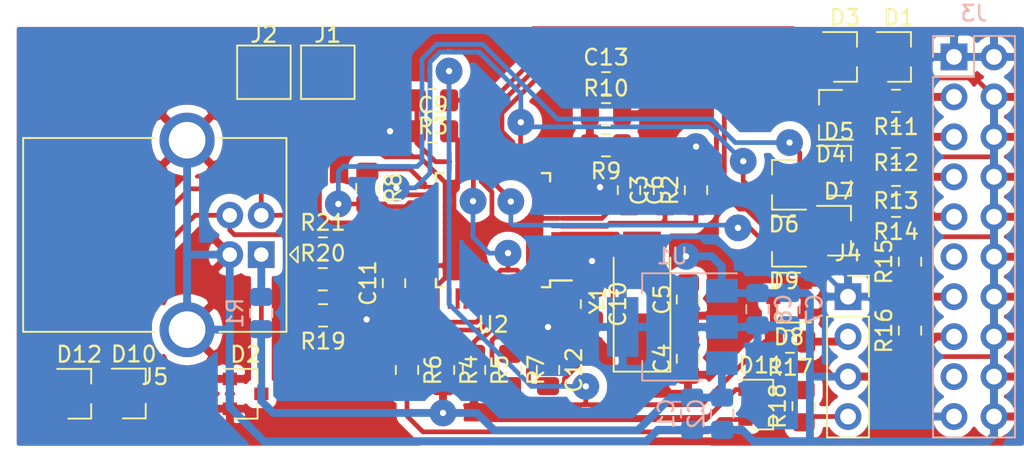
<source format=kicad_pcb>
(kicad_pcb (version 20171130) (host pcbnew 5.1.6-c6e7f7d~87~ubuntu18.04.1)
  (layers (0 F.Cu signal) (31 B.Cu signal) (34 B.Paste user) (35 F.Paste user) (36 B.SilkS user) (37 F.SilkS user) (38 B.Mask user) (39 F.Mask user) (44 Edge.Cuts user))
  (net 0 "")
  (net 1 GND)
  (net 2 "Net-(C3-Pad1)")
  (net 3 "Net-(C4-Pad2)")
  (net 4 "Net-(C5-Pad2)")
  (net 5 +3V3)
  (net 6 "Net-(C13-Pad1)")
  (net 7 "Net-(J1-Pad1)")
  (net 8 "Net-(J2-Pad1)")
  (net 9 "Net-(J3-Pad17)")
  (net 10 "Net-(J3-Pad15)")
  (net 11 "Net-(J3-Pad13)")
  (net 12 "Net-(J3-Pad11)")
  (net 13 "Net-(J3-Pad9)")
  (net 14 "Net-(J3-Pad7)")
  (net 15 "Net-(J3-Pad5)")
  (net 16 "Net-(J3-Pad3)")
  (net 17 "Net-(J4-Pad4)")
  (net 18 "Net-(J4-Pad2)")
  (net 19 VBUS)
  (net 20 "Net-(R4-Pad1)")
  (net 21 "Net-(R6-Pad1)")
  (net 22 "Net-(R7-Pad1)")
  (net 23 /TCK_SWCLK)
  (net 24 "Net-(R8-Pad1)")
  (net 25 /USBDP)
  (net 26 /USBDM)
  (net 27 "Net-(U2-Pad40)")
  (net 28 "Net-(U2-Pad39)")
  (net 29 "Net-(U2-Pad38)")
  (net 30 "Net-(U2-Pad37)")
  (net 31 "Net-(U2-Pad34)")
  (net 32 "Net-(U2-Pad29)")
  (net 33 "Net-(U2-Pad28)")
  (net 34 /TRST)
  (net 35 /NRST)
  (net 36 /TDI)
  (net 37 /TDO_SWO)
  (net 38 "Net-(U2-Pad14)")
  (net 39 "Net-(U2-Pad13)")
  (net 40 "Net-(U2-Pad12)")
  (net 41 "Net-(U2-Pad11)")
  (net 42 "Net-(U2-Pad4)")
  (net 43 "Net-(U2-Pad3)")
  (net 44 "Net-(U2-Pad2)")
  (net 45 /SWIMM_RST)
  (net 46 /SWIMM_DATA)
  (net 47 "Net-(D10-Pad1)")
  (net 48 "Net-(D12-Pad1)")
  (net 49 /TMS_SWDIO)
  (net 50 "Net-(D2-Pad1)")
  (module TestPoint:TestPoint_Pad_3.0x3.0mm (layer F.Cu) (at 112.38738 38.31336)
    (fp_text reference J2 (at 0 -2.398) (layer F.SilkS))
    (fp_text value RX)
    (pad 1 smd rect (at 0 0) (size 3 3) (layers F.Cu F.Mask) (net 8 "Net-(J2-Pad1)"))
  )
  (module TestPoint:TestPoint_Pad_3.0x3.0mm (layer F.Cu) (at 116.4463 38.31082)
    (fp_text reference J1 (at 0 -2.398) (layer F.SilkS))
    (fp_text value TX)
    (pad 1 smd rect (at 0 0) (size 3 3) (layers F.Cu F.Mask) (net 7 "Net-(J1-Pad1)"))
  )
  (module Connector_USB:USB_B_OST_USB-B1HSxx_Horizontal (layer F.Cu) (at 112.22058 49.90338 180)
    (fp_text reference J5 (at 6.76 -7.77) (layer F.SilkS))
    (fp_text value USB_B)
    (pad 5 thru_hole circle (at 4.71 7.27 180) (size 3.5 3.5) (drill 2.33) (layers *.Cu *.Mask) (net 1 GND))
    (pad 5 thru_hole circle (at 4.71 -4.77 180) (size 3.5 3.5) (drill 2.33) (layers *.Cu *.Mask) (net 1 GND))
    (pad 4 thru_hole circle (at 2 0 180) (size 1.7 1.7) (drill 0.92) (layers *.Cu *.Mask) (net 1 GND))
    (pad 3 thru_hole circle (at 2 2.5 180) (size 1.7 1.7) (drill 0.92) (layers *.Cu *.Mask) (net 47 "Net-(D10-Pad1)"))
    (pad 2 thru_hole circle (at 0 2.5 180) (size 1.7 1.7) (drill 0.92) (layers *.Cu *.Mask) (net 48 "Net-(D12-Pad1)"))
    (pad 1 thru_hole rect (at 0 0 180) (size 1.7 1.7) (drill 0.92) (layers *.Cu *.Mask) (net 50 "Net-(D2-Pad1)"))
  )
  (module Resistor_SMD:R_0805_2012Metric_Pad1.15x1.40mm_HandSolder (layer F.Cu) (at 116.14658 53.76672 180)
    (fp_text reference R19 (at 0 -1.65) (layer F.SilkS))
    (fp_text value 100k)
    (pad 2 smd roundrect (at 1.025 0 180) (size 1.15 1.4) (layers F.Cu F.Paste F.Mask) (roundrect_rratio 0.217391) (net 25 /USBDP))
    (pad 1 smd roundrect (at -1.025 0 180) (size 1.15 1.4) (layers F.Cu F.Paste F.Mask) (roundrect_rratio 0.217391) (net 5 +3V3))
  )
  (module Crystal:Crystal_SMD_5032-2Pin_5.0x3.2mm_HandSoldering (layer F.Cu) (at 136.398 52.7939 90)
    (fp_text reference Y1 (at 0 -2.8 90) (layer F.SilkS))
    (fp_text value 8M)
    (pad 2 smd rect (at 2.6 0 90) (size 3.5 2.4) (layers F.Cu F.Paste F.Mask) (net 4 "Net-(C5-Pad2)"))
    (pad 1 smd rect (at -2.6 0 90) (size 3.5 2.4) (layers F.Cu F.Paste F.Mask) (net 3 "Net-(C4-Pad2)"))
  )
  (module Diode_SMD:D_SOT-23_ANK (layer F.Cu) (at 148.9075 44.577)
    (fp_text reference D5 (at 0 -2.5) (layer F.SilkS))
    (fp_text value BZX84-C5V1)
    (pad 1 smd rect (at 1 0) (size 0.9 0.8) (layers F.Cu F.Paste F.Mask) (net 49 /TMS_SWDIO))
    (pad "" smd rect (at -1 0.95) (size 0.9 0.8) (layers F.Cu F.Paste F.Mask))
    (pad 2 smd rect (at -1 -0.95) (size 0.9 0.8) (layers F.Cu F.Paste F.Mask) (net 1 GND))
  )
  (module Package_QFP:TQFP-48_7x7mm_P0.5mm (layer F.Cu) (at 126.9365 48.3489 180)
    (fp_text reference U2 (at 0 -6) (layer F.SilkS))
    (fp_text value STM32F103C8Tx)
    (pad 48 smd rect (at -2.75 -4.35 270) (size 1.3 0.25) (layers F.Cu F.Paste F.Mask) (net 5 +3V3))
    (pad 47 smd rect (at -2.25 -4.35 270) (size 1.3 0.25) (layers F.Cu F.Paste F.Mask) (net 1 GND))
    (pad 46 smd rect (at -1.75 -4.35 270) (size 1.3 0.25) (layers F.Cu F.Paste F.Mask) (net 22 "Net-(R7-Pad1)"))
    (pad 45 smd rect (at -1.25 -4.35 270) (size 1.3 0.25) (layers F.Cu F.Paste F.Mask) (net 46 /SWIMM_DATA))
    (pad 44 smd rect (at -0.75 -4.35 270) (size 1.3 0.25) (layers F.Cu F.Paste F.Mask) (net 20 "Net-(R4-Pad1)"))
    (pad 43 smd rect (at -0.25 -4.35 270) (size 1.3 0.25) (layers F.Cu F.Paste F.Mask) (net 22 "Net-(R7-Pad1)"))
    (pad 42 smd rect (at 0.25 -4.35 270) (size 1.3 0.25) (layers F.Cu F.Paste F.Mask) (net 45 /SWIMM_RST))
    (pad 41 smd rect (at 0.75 -4.35 270) (size 1.3 0.25) (layers F.Cu F.Paste F.Mask) (net 21 "Net-(R6-Pad1)"))
    (pad 40 smd rect (at 1.25 -4.35 270) (size 1.3 0.25) (layers F.Cu F.Paste F.Mask) (net 27 "Net-(U2-Pad40)"))
    (pad 39 smd rect (at 1.75 -4.35 270) (size 1.3 0.25) (layers F.Cu F.Paste F.Mask) (net 28 "Net-(U2-Pad39)"))
    (pad 38 smd rect (at 2.25 -4.35 270) (size 1.3 0.25) (layers F.Cu F.Paste F.Mask) (net 29 "Net-(U2-Pad38)"))
    (pad 37 smd rect (at 2.75 -4.35 270) (size 1.3 0.25) (layers F.Cu F.Paste F.Mask) (net 30 "Net-(U2-Pad37)"))
    (pad 36 smd rect (at 4.35 -2.75 180) (size 1.3 0.25) (layers F.Cu F.Paste F.Mask) (net 5 +3V3))
    (pad 35 smd rect (at 4.35 -2.25 180) (size 1.3 0.25) (layers F.Cu F.Paste F.Mask) (net 1 GND))
    (pad 34 smd rect (at 4.35 -1.75 180) (size 1.3 0.25) (layers F.Cu F.Paste F.Mask) (net 31 "Net-(U2-Pad34)"))
    (pad 33 smd rect (at 4.35 -1.25 180) (size 1.3 0.25) (layers F.Cu F.Paste F.Mask) (net 25 /USBDP))
    (pad 32 smd rect (at 4.35 -0.75 180) (size 1.3 0.25) (layers F.Cu F.Paste F.Mask) (net 26 /USBDM))
    (pad 31 smd rect (at 4.35 -0.25 180) (size 1.3 0.25) (layers F.Cu F.Paste F.Mask) (net 8 "Net-(J2-Pad1)"))
    (pad 30 smd rect (at 4.35 0.25 180) (size 1.3 0.25) (layers F.Cu F.Paste F.Mask) (net 7 "Net-(J1-Pad1)"))
    (pad 29 smd rect (at 4.35 0.75 180) (size 1.3 0.25) (layers F.Cu F.Paste F.Mask) (net 32 "Net-(U2-Pad29)"))
    (pad 28 smd rect (at 4.35 1.25 180) (size 1.3 0.25) (layers F.Cu F.Paste F.Mask) (net 33 "Net-(U2-Pad28)"))
    (pad 27 smd rect (at 4.35 1.75 180) (size 1.3 0.25) (layers F.Cu F.Paste F.Mask) (net 49 /TMS_SWDIO))
    (pad 26 smd rect (at 4.35 2.25 180) (size 1.3 0.25) (layers F.Cu F.Paste F.Mask) (net 23 /TCK_SWCLK))
    (pad 25 smd rect (at 4.35 2.75 180) (size 1.3 0.25) (layers F.Cu F.Paste F.Mask) (net 24 "Net-(R8-Pad1)"))
    (pad 24 smd rect (at 2.75 4.35 270) (size 1.3 0.25) (layers F.Cu F.Paste F.Mask) (net 5 +3V3))
    (pad 23 smd rect (at 2.25 4.35 270) (size 1.3 0.25) (layers F.Cu F.Paste F.Mask) (net 1 GND))
    (pad 22 smd rect (at 1.75 4.35 270) (size 1.3 0.25) (layers F.Cu F.Paste F.Mask) (net 46 /SWIMM_DATA))
    (pad 21 smd rect (at 1.25 4.35 270) (size 1.3 0.25) (layers F.Cu F.Paste F.Mask) (net 22 "Net-(R7-Pad1)"))
    (pad 20 smd rect (at 0.75 4.35 270) (size 1.3 0.25) (layers F.Cu F.Paste F.Mask) (net 1 GND))
    (pad 19 smd rect (at 0.25 4.35 270) (size 1.3 0.25) (layers F.Cu F.Paste F.Mask) (net 34 /TRST))
    (pad 18 smd rect (at -0.25 4.35 270) (size 1.3 0.25) (layers F.Cu F.Paste F.Mask) (net 35 /NRST))
    (pad 17 smd rect (at -0.75 4.35 270) (size 1.3 0.25) (layers F.Cu F.Paste F.Mask) (net 36 /TDI))
    (pad 16 smd rect (at -1.25 4.35 270) (size 1.3 0.25) (layers F.Cu F.Paste F.Mask) (net 37 /TDO_SWO))
    (pad 15 smd rect (at -1.75 4.35 270) (size 1.3 0.25) (layers F.Cu F.Paste F.Mask) (net 23 /TCK_SWCLK))
    (pad 14 smd rect (at -2.25 4.35 270) (size 1.3 0.25) (layers F.Cu F.Paste F.Mask) (net 38 "Net-(U2-Pad14)"))
    (pad 13 smd rect (at -2.75 4.35 270) (size 1.3 0.25) (layers F.Cu F.Paste F.Mask) (net 39 "Net-(U2-Pad13)"))
    (pad 12 smd rect (at -4.35 2.75 180) (size 1.3 0.25) (layers F.Cu F.Paste F.Mask) (net 40 "Net-(U2-Pad12)"))
    (pad 11 smd rect (at -4.35 2.25 180) (size 1.3 0.25) (layers F.Cu F.Paste F.Mask) (net 41 "Net-(U2-Pad11)"))
    (pad 10 smd rect (at -4.35 1.75 180) (size 1.3 0.25) (layers F.Cu F.Paste F.Mask) (net 6 "Net-(C13-Pad1)"))
    (pad 9 smd rect (at -4.35 1.25 180) (size 1.3 0.25) (layers F.Cu F.Paste F.Mask) (net 5 +3V3))
    (pad 8 smd rect (at -4.35 0.75 180) (size 1.3 0.25) (layers F.Cu F.Paste F.Mask) (net 1 GND))
    (pad 7 smd rect (at -4.35 0.25 180) (size 1.3 0.25) (layers F.Cu F.Paste F.Mask) (net 2 "Net-(C3-Pad1)"))
    (pad 6 smd rect (at -4.35 -0.25 180) (size 1.3 0.25) (layers F.Cu F.Paste F.Mask) (net 4 "Net-(C5-Pad2)"))
    (pad 5 smd rect (at -4.35 -0.75 180) (size 1.3 0.25) (layers F.Cu F.Paste F.Mask) (net 3 "Net-(C4-Pad2)"))
    (pad 4 smd rect (at -4.35 -1.25 180) (size 1.3 0.25) (layers F.Cu F.Paste F.Mask) (net 42 "Net-(U2-Pad4)"))
    (pad 3 smd rect (at -4.35 -1.75 180) (size 1.3 0.25) (layers F.Cu F.Paste F.Mask) (net 43 "Net-(U2-Pad3)"))
    (pad 2 smd rect (at -4.35 -2.25 180) (size 1.3 0.25) (layers F.Cu F.Paste F.Mask) (net 44 "Net-(U2-Pad2)"))
    (pad 1 smd rect (at -4.35 -2.75 180) (size 1.3 0.25) (layers F.Cu F.Paste F.Mask) (net 5 +3V3))
  )
  (module Resistor_SMD:R_0805_2012Metric_Pad1.15x1.40mm_HandSolder (layer F.Cu) (at 152.527 44.831 180)
    (fp_text reference R13 (at 0 -1.65) (layer F.SilkS))
    (fp_text value 75)
    (pad 2 smd roundrect (at 1.025 0 180) (size 1.15 1.4) (layers F.Cu F.Paste F.Mask) (roundrect_rratio 0.217391) (net 49 /TMS_SWDIO))
    (pad 1 smd roundrect (at -1.025 0 180) (size 1.15 1.4) (layers F.Cu F.Paste F.Mask) (roundrect_rratio 0.217391) (net 14 "Net-(J3-Pad7)"))
  )
  (module Diode_SMD:D_SOT-23_ANK (layer F.Cu) (at 100.6602 58.7502)
    (fp_text reference D12 (at 0 -2.5) (layer F.SilkS))
    (fp_text value BZX84-C5V1)
    (pad 1 smd rect (at 1 0) (size 0.9 0.8) (layers F.Cu F.Paste F.Mask) (net 48 "Net-(D12-Pad1)"))
    (pad "" smd rect (at -1 0.95) (size 0.9 0.8) (layers F.Cu F.Paste F.Mask) (net 1 GND))
    (pad 2 smd rect (at -1 -0.95) (size 0.9 0.8) (layers F.Cu F.Paste F.Mask) (net 1 GND))
  )
  (module Diode_SMD:D_SOT-23_ANK (layer F.Cu) (at 143.9672 59.436)
    (fp_text reference D11 (at 0 -2.5) (layer F.SilkS))
    (fp_text value BZX84-C5V1)
    (pad 1 smd rect (at 1 0) (size 0.9 0.8) (layers F.Cu F.Paste F.Mask) (net 45 /SWIMM_RST))
    (pad "" smd rect (at -1 0.95) (size 0.9 0.8) (layers F.Cu F.Paste F.Mask))
    (pad 2 smd rect (at -1 -0.95) (size 0.9 0.8) (layers F.Cu F.Paste F.Mask) (net 1 GND))
  )
  (module Diode_SMD:D_SOT-23_ANK (layer F.Cu) (at 104.12476 58.73496)
    (fp_text reference D10 (at 0 -2.5) (layer F.SilkS))
    (fp_text value BZX84-C5V1)
    (pad 1 smd rect (at 1 0) (size 0.9 0.8) (layers F.Cu F.Paste F.Mask) (net 47 "Net-(D10-Pad1)"))
    (pad "" smd rect (at -1 0.95) (size 0.9 0.8) (layers F.Cu F.Paste F.Mask) (net 1 GND))
    (pad 2 smd rect (at -1 -0.95) (size 0.9 0.8) (layers F.Cu F.Paste F.Mask) (net 1 GND))
  )
  (module Diode_SMD:D_SOT-23_ANK (layer F.Cu) (at 145.415 49.0855 180)
    (fp_text reference D9 (at 0 -2.5) (layer F.SilkS))
    (fp_text value BZX84-C5V1)
    (pad 1 smd rect (at 1 0 180) (size 0.9 0.8) (layers F.Cu F.Paste F.Mask) (net 35 /NRST))
    (pad "" smd rect (at -1 0.95 180) (size 0.9 0.8) (layers F.Cu F.Paste F.Mask))
    (pad 2 smd rect (at -1 -0.95 180) (size 0.9 0.8) (layers F.Cu F.Paste F.Mask) (net 1 GND))
  )
  (module Diode_SMD:D_SOT-23_ANK (layer F.Cu) (at 145.7325 52.6415 180)
    (fp_text reference D8 (at 0 -2.5) (layer F.SilkS))
    (fp_text value BZX84-C5V1)
    (pad 1 smd rect (at 1 0 180) (size 0.9 0.8) (layers F.Cu F.Paste F.Mask) (net 46 /SWIMM_DATA))
    (pad "" smd rect (at -1 0.95 180) (size 0.9 0.8) (layers F.Cu F.Paste F.Mask) (net 1 GND))
    (pad 2 smd rect (at -1 -0.95 180) (size 0.9 0.8) (layers F.Cu F.Paste F.Mask) (net 1 GND))
  )
  (module Diode_SMD:D_SOT-23_ANK (layer F.Cu) (at 148.9075 48.387)
    (fp_text reference D7 (at 0 -2.5) (layer F.SilkS))
    (fp_text value BZX84-C5V1)
    (pad 1 smd rect (at 1 0) (size 0.9 0.8) (layers F.Cu F.Paste F.Mask) (net 37 /TDO_SWO))
    (pad "" smd rect (at -1 0.95) (size 0.9 0.8) (layers F.Cu F.Paste F.Mask) (net 35 /NRST))
    (pad 2 smd rect (at -1 -0.95) (size 0.9 0.8) (layers F.Cu F.Paste F.Mask) (net 1 GND))
  )
  (module Diode_SMD:D_SOT-23_ANK (layer F.Cu) (at 145.415 45.466 180)
    (fp_text reference D6 (at 0 -2.5) (layer F.SilkS))
    (fp_text value BZX84-C5V1)
    (pad 1 smd rect (at 1 0 180) (size 0.9 0.8) (layers F.Cu F.Paste F.Mask) (net 23 /TCK_SWCLK))
    (pad "" smd rect (at -1 0.95 180) (size 0.9 0.8) (layers F.Cu F.Paste F.Mask))
    (pad 2 smd rect (at -1 -0.95 180) (size 0.9 0.8) (layers F.Cu F.Paste F.Mask) (net 1 GND))
  )
  (module Diode_SMD:D_SOT-23_ANK (layer F.Cu) (at 148.3995 41.0185 180)
    (fp_text reference D4 (at 0 -2.5) (layer F.SilkS))
    (fp_text value BZX84-C5V1)
    (pad 1 smd rect (at 1 0 180) (size 0.9 0.8) (layers F.Cu F.Paste F.Mask) (net 36 /TDI))
    (pad "" smd rect (at -1 0.95 180) (size 0.9 0.8) (layers F.Cu F.Paste F.Mask))
    (pad 2 smd rect (at -1 -0.95 180) (size 0.9 0.8) (layers F.Cu F.Paste F.Mask) (net 1 GND))
  )
  (module Diode_SMD:D_SOT-23_ANK (layer F.Cu) (at 149.2885 37.338)
    (fp_text reference D3 (at 0 -2.5) (layer F.SilkS))
    (fp_text value BZX84-C5V1)
    (pad 1 smd rect (at 1 0) (size 0.9 0.8) (layers F.Cu F.Paste F.Mask) (net 34 /TRST))
    (pad "" smd rect (at -1 0.95) (size 0.9 0.8) (layers F.Cu F.Paste F.Mask))
    (pad 2 smd rect (at -1 -0.95) (size 0.9 0.8) (layers F.Cu F.Paste F.Mask) (net 1 GND))
  )
  (module Diode_SMD:D_SOT-23_ANK (layer F.Cu) (at 111.2266 58.75274)
    (fp_text reference D2 (at 0 -2.5) (layer F.SilkS))
    (fp_text value BZX84-C5V1)
    (pad 1 smd rect (at 1 0) (size 0.9 0.8) (layers F.Cu F.Paste F.Mask) (net 50 "Net-(D2-Pad1)"))
    (pad "" smd rect (at -1 0.95) (size 0.9 0.8) (layers F.Cu F.Paste F.Mask) (net 1 GND))
    (pad 2 smd rect (at -1 -0.95) (size 0.9 0.8) (layers F.Cu F.Paste F.Mask) (net 1 GND))
  )
  (module Diode_SMD:D_SOT-23_ANK (layer F.Cu) (at 152.7175 37.338)
    (fp_text reference D1 (at 0 -2.5) (layer F.SilkS))
    (fp_text value BZX84-C5V1)
    (pad 1 smd rect (at 1 0) (size 0.9 0.8) (layers F.Cu F.Paste F.Mask) (net 5 +3V3))
    (pad "" smd rect (at -1 0.95) (size 0.9 0.8) (layers F.Cu F.Paste F.Mask))
    (pad 2 smd rect (at -1 -0.95) (size 0.9 0.8) (layers F.Cu F.Paste F.Mask) (net 1 GND))
  )
  (module Package_TO_SOT_SMD:SOT-223-3_TabPin2 (layer B.Cu) (at 138.32078 54.50332 180)
    (fp_text reference U1 (at 0 4.5 180) (layer B.SilkS) (effects (justify mirror)))
    (fp_text value AZ1117-3.3)
    (pad 1 smd rect (at -3.15 2.3 180) (size 2 1.5) (layers B.Cu B.Paste B.Mask) (net 1 GND))
    (pad 3 smd rect (at -3.15 -2.3 180) (size 2 1.5) (layers B.Cu B.Paste B.Mask) (net 19 VBUS))
    (pad 2 smd rect (at -3.15 0 180) (size 2 1.5) (layers B.Cu B.Paste B.Mask) (net 5 +3V3))
    (pad 2 smd rect (at 3.15 0 180) (size 2 3.8) (layers B.Cu B.Paste B.Mask) (net 5 +3V3))
  )
  (module Resistor_SMD:R_0805_2012Metric_Pad1.15x1.40mm_HandSolder (layer F.Cu) (at 116.13388 49.51984)
    (fp_text reference R21 (at 0 -1.65) (layer F.SilkS))
    (fp_text value 75)
    (pad 2 smd roundrect (at 1.025 0) (size 1.15 1.4) (layers F.Cu F.Paste F.Mask) (roundrect_rratio 0.217391) (net 26 /USBDM))
    (pad 1 smd roundrect (at -1.025 0) (size 1.15 1.4) (layers F.Cu F.Paste F.Mask) (roundrect_rratio 0.217391) (net 48 "Net-(D12-Pad1)"))
  )
  (module Resistor_SMD:R_0805_2012Metric_Pad1.15x1.40mm_HandSolder (layer F.Cu) (at 116.13134 51.4731)
    (fp_text reference R20 (at 0 -1.65) (layer F.SilkS))
    (fp_text value 75)
    (pad 2 smd roundrect (at 1.025 0) (size 1.15 1.4) (layers F.Cu F.Paste F.Mask) (roundrect_rratio 0.217391) (net 25 /USBDP))
    (pad 1 smd roundrect (at -1.025 0) (size 1.15 1.4) (layers F.Cu F.Paste F.Mask) (roundrect_rratio 0.217391) (net 47 "Net-(D10-Pad1)"))
  )
  (module Resistor_SMD:R_0805_2012Metric_Pad1.15x1.40mm_HandSolder (layer F.Cu) (at 146.6596 59.5376 90)
    (fp_text reference R18 (at 0 -1.65 90) (layer F.SilkS))
    (fp_text value 75)
    (pad 2 smd roundrect (at 1.025 0 90) (size 1.15 1.4) (layers F.Cu F.Paste F.Mask) (roundrect_rratio 0.217391) (net 45 /SWIMM_RST))
    (pad 1 smd roundrect (at -1.025 0 90) (size 1.15 1.4) (layers F.Cu F.Paste F.Mask) (roundrect_rratio 0.217391) (net 17 "Net-(J4-Pad4)"))
  )
  (module Resistor_SMD:R_0805_2012Metric_Pad1.15x1.40mm_HandSolder (layer F.Cu) (at 145.796 55.4355 180)
    (fp_text reference R17 (at 0 -1.65) (layer F.SilkS))
    (fp_text value 75)
    (pad 2 smd roundrect (at 1.025 0 180) (size 1.15 1.4) (layers F.Cu F.Paste F.Mask) (roundrect_rratio 0.217391) (net 46 /SWIMM_DATA))
    (pad 1 smd roundrect (at -1.025 0 180) (size 1.15 1.4) (layers F.Cu F.Paste F.Mask) (roundrect_rratio 0.217391) (net 18 "Net-(J4-Pad2)"))
  )
  (module Resistor_SMD:R_0805_2012Metric_Pad1.15x1.40mm_HandSolder (layer F.Cu) (at 153.416 54.737 90)
    (fp_text reference R16 (at 0 -1.65 90) (layer F.SilkS))
    (fp_text value 75)
    (pad 2 smd roundrect (at 1.025 0 90) (size 1.15 1.4) (layers F.Cu F.Paste F.Mask) (roundrect_rratio 0.217391) (net 35 /NRST))
    (pad 1 smd roundrect (at -1.025 0 90) (size 1.15 1.4) (layers F.Cu F.Paste F.Mask) (roundrect_rratio 0.217391) (net 10 "Net-(J3-Pad15)"))
  )
  (module Resistor_SMD:R_0805_2012Metric_Pad1.15x1.40mm_HandSolder (layer F.Cu) (at 153.416 50.3555 90)
    (fp_text reference R15 (at 0 -1.65 90) (layer F.SilkS))
    (fp_text value 75)
    (pad 2 smd roundrect (at 1.025 0 90) (size 1.15 1.4) (layers F.Cu F.Paste F.Mask) (roundrect_rratio 0.217391) (net 37 /TDO_SWO))
    (pad 1 smd roundrect (at -1.025 0 90) (size 1.15 1.4) (layers F.Cu F.Paste F.Mask) (roundrect_rratio 0.217391) (net 11 "Net-(J3-Pad13)"))
  )
  (module Resistor_SMD:R_0805_2012Metric_Pad1.15x1.40mm_HandSolder (layer F.Cu) (at 152.527 46.7995 180)
    (fp_text reference R14 (at 0 -1.65) (layer F.SilkS))
    (fp_text value 75)
    (pad 2 smd roundrect (at 1.025 0 180) (size 1.15 1.4) (layers F.Cu F.Paste F.Mask) (roundrect_rratio 0.217391) (net 23 /TCK_SWCLK))
    (pad 1 smd roundrect (at -1.025 0 180) (size 1.15 1.4) (layers F.Cu F.Paste F.Mask) (roundrect_rratio 0.217391) (net 13 "Net-(J3-Pad9)"))
  )
  (module Resistor_SMD:R_0805_2012Metric_Pad1.15x1.40mm_HandSolder (layer F.Cu) (at 152.527 42.418 180)
    (fp_text reference R12 (at 0 -1.65) (layer F.SilkS))
    (fp_text value 75)
    (pad 2 smd roundrect (at 1.025 0 180) (size 1.15 1.4) (layers F.Cu F.Paste F.Mask) (roundrect_rratio 0.217391) (net 36 /TDI))
    (pad 1 smd roundrect (at -1.025 0 180) (size 1.15 1.4) (layers F.Cu F.Paste F.Mask) (roundrect_rratio 0.217391) (net 15 "Net-(J3-Pad5)"))
  )
  (module Resistor_SMD:R_0805_2012Metric_Pad1.15x1.40mm_HandSolder (layer F.Cu) (at 152.527 40.132 180)
    (fp_text reference R11 (at 0 -1.65) (layer F.SilkS))
    (fp_text value 75)
    (pad 2 smd roundrect (at 1.025 0 180) (size 1.15 1.4) (layers F.Cu F.Paste F.Mask) (roundrect_rratio 0.217391) (net 34 /TRST))
    (pad 1 smd roundrect (at -1.025 0 180) (size 1.15 1.4) (layers F.Cu F.Paste F.Mask) (roundrect_rratio 0.217391) (net 16 "Net-(J3-Pad3)"))
  )
  (module Resistor_SMD:R_0805_2012Metric_Pad1.15x1.40mm_HandSolder (layer F.Cu) (at 134.112 40.9829)
    (fp_text reference R10 (at 0 -1.65) (layer F.SilkS))
    (fp_text value 100k)
    (pad 2 smd roundrect (at 1.025 0) (size 1.15 1.4) (layers F.Cu F.Paste F.Mask) (roundrect_rratio 0.217391) (net 1 GND))
    (pad 1 smd roundrect (at -1.025 0) (size 1.15 1.4) (layers F.Cu F.Paste F.Mask) (roundrect_rratio 0.217391) (net 6 "Net-(C13-Pad1)"))
  )
  (module Resistor_SMD:R_0805_2012Metric_Pad1.15x1.40mm_HandSolder (layer F.Cu) (at 134.112 42.9514 180)
    (fp_text reference R9 (at 0 -1.65) (layer F.SilkS))
    (fp_text value 100k)
    (pad 2 smd roundrect (at 1.025 0 180) (size 1.15 1.4) (layers F.Cu F.Paste F.Mask) (roundrect_rratio 0.217391) (net 6 "Net-(C13-Pad1)"))
    (pad 1 smd roundrect (at -1.025 0 180) (size 1.15 1.4) (layers F.Cu F.Paste F.Mask) (roundrect_rratio 0.217391) (net 5 +3V3))
  )
  (module Resistor_SMD:R_0805_2012Metric_Pad1.15x1.40mm_HandSolder (layer F.Cu) (at 118.95836 45.65904 270)
    (fp_text reference R8 (at 0 -1.65 90) (layer F.SilkS))
    (fp_text value 220)
    (pad 2 smd roundrect (at 1.025 0 270) (size 1.15 1.4) (layers F.Cu F.Paste F.Mask) (roundrect_rratio 0.217391) (net 49 /TMS_SWDIO))
    (pad 1 smd roundrect (at -1.025 0 270) (size 1.15 1.4) (layers F.Cu F.Paste F.Mask) (roundrect_rratio 0.217391) (net 24 "Net-(R8-Pad1)"))
  )
  (module Resistor_SMD:R_0805_2012Metric_Pad1.15x1.40mm_HandSolder (layer F.Cu) (at 128.016 57.2389 270)
    (fp_text reference R7 (at 0 -1.65 90) (layer F.SilkS))
    (fp_text value 220)
    (pad 2 smd roundrect (at 1.025 0 270) (size 1.15 1.4) (layers F.Cu F.Paste F.Mask) (roundrect_rratio 0.217391) (net 46 /SWIMM_DATA))
    (pad 1 smd roundrect (at -1.025 0 270) (size 1.15 1.4) (layers F.Cu F.Paste F.Mask) (roundrect_rratio 0.217391) (net 22 "Net-(R7-Pad1)"))
  )
  (module Resistor_SMD:R_0805_2012Metric_Pad1.15x1.40mm_HandSolder (layer F.Cu) (at 121.4755 57.2389 270)
    (fp_text reference R6 (at 0 -1.65 90) (layer F.SilkS))
    (fp_text value 220)
    (pad 2 smd roundrect (at 1.025 0 270) (size 1.15 1.4) (layers F.Cu F.Paste F.Mask) (roundrect_rratio 0.217391) (net 45 /SWIMM_RST))
    (pad 1 smd roundrect (at -1.025 0 270) (size 1.15 1.4) (layers F.Cu F.Paste F.Mask) (roundrect_rratio 0.217391) (net 21 "Net-(R6-Pad1)"))
  )
  (module Resistor_SMD:R_0805_2012Metric_Pad1.15x1.40mm_HandSolder (layer F.Cu) (at 125.73 57.2389 270)
    (fp_text reference R5 (at 0 -1.65 90) (layer F.SilkS))
    (fp_text value 100k)
    (pad 2 smd roundrect (at 1.025 0 270) (size 1.15 1.4) (layers F.Cu F.Paste F.Mask) (roundrect_rratio 0.217391) (net 1 GND))
    (pad 1 smd roundrect (at -1.025 0 270) (size 1.15 1.4) (layers F.Cu F.Paste F.Mask) (roundrect_rratio 0.217391) (net 20 "Net-(R4-Pad1)"))
  )
  (module Resistor_SMD:R_0805_2012Metric_Pad1.15x1.40mm_HandSolder (layer F.Cu) (at 123.7615 57.2389 270)
    (fp_text reference R4 (at 0 -1.65 90) (layer F.SilkS))
    (fp_text value 100k)
    (pad 2 smd roundrect (at 1.025 0 270) (size 1.15 1.4) (layers F.Cu F.Paste F.Mask) (roundrect_rratio 0.217391) (net 19 VBUS))
    (pad 1 smd roundrect (at -1.025 0 270) (size 1.15 1.4) (layers F.Cu F.Paste F.Mask) (roundrect_rratio 0.217391) (net 20 "Net-(R4-Pad1)"))
  )
  (module Resistor_SMD:R_0805_2012Metric_Pad1.15x1.40mm_HandSolder (layer F.Cu) (at 123.1265 40.0939 180)
    (fp_text reference R3 (at 0 -1.65) (layer F.SilkS))
    (fp_text value 680)
    (pad 2 smd roundrect (at 1.025 0 180) (size 1.15 1.4) (layers F.Cu F.Paste F.Mask) (roundrect_rratio 0.217391) (net 5 +3V3))
    (pad 1 smd roundrect (at -1.025 0 180) (size 1.15 1.4) (layers F.Cu F.Paste F.Mask) (roundrect_rratio 0.217391) (net 46 /SWIMM_DATA))
  )
  (module Resistor_SMD:R_0805_2012Metric_Pad1.15x1.40mm_HandSolder (layer F.Cu) (at 139.827 45.8089 90)
    (fp_text reference R2 (at 0 -1.65 90) (layer F.SilkS))
    (fp_text value 100k)
    (pad 2 smd roundrect (at 1.025 0 90) (size 1.15 1.4) (layers F.Cu F.Paste F.Mask) (roundrect_rratio 0.217391) (net 5 +3V3))
    (pad 1 smd roundrect (at -1.025 0 90) (size 1.15 1.4) (layers F.Cu F.Paste F.Mask) (roundrect_rratio 0.217391) (net 2 "Net-(C3-Pad1)"))
  )
  (module Resistor_SMD:R_0805_2012Metric_Pad1.15x1.40mm_HandSolder (layer B.Cu) (at 112.2172 53.6194 270)
    (fp_text reference R1 (at 0 1.65 90) (layer B.SilkS) (effects (justify mirror)))
    (fp_text value 10)
    (pad 2 smd roundrect (at 1.025 0 270) (size 1.15 1.4) (layers B.Cu B.Paste B.Mask) (roundrect_rratio 0.217391) (net 19 VBUS))
    (pad 1 smd roundrect (at -1.025 0 270) (size 1.15 1.4) (layers B.Cu B.Paste B.Mask) (roundrect_rratio 0.217391) (net 50 "Net-(D2-Pad1)"))
  )
  (module Connector_PinSocket_2.54mm:PinSocket_1x04_P2.54mm_Vertical (layer F.Cu) (at 149.479 52.578)
    (fp_text reference J4 (at 0 -2.77) (layer F.SilkS))
    (fp_text value SWIMM)
    (pad 4 thru_hole oval (at 0 7.62) (size 1.7 1.7) (drill 1) (layers *.Cu *.Mask) (net 17 "Net-(J4-Pad4)"))
    (pad 3 thru_hole oval (at 0 5.08) (size 1.7 1.7) (drill 1) (layers *.Cu *.Mask) (net 1 GND))
    (pad 2 thru_hole oval (at 0 2.54) (size 1.7 1.7) (drill 1) (layers *.Cu *.Mask) (net 18 "Net-(J4-Pad2)"))
    (pad 1 thru_hole rect (at 0 0) (size 1.7 1.7) (drill 1) (layers *.Cu *.Mask) (net 5 +3V3))
  )
  (module Connector_PinSocket_2.54mm:PinSocket_2x10_P2.54mm_Vertical (layer B.Cu) (at 156.21 37.338 180)
    (fp_text reference J3 (at -1.27 2.77) (layer B.SilkS) (effects (justify mirror)))
    (fp_text value JTAG)
    (pad 20 thru_hole oval (at -2.54 -22.86 180) (size 1.7 1.7) (drill 1) (layers *.Cu *.Mask) (net 1 GND))
    (pad 19 thru_hole oval (at 0 -22.86 180) (size 1.7 1.7) (drill 1) (layers *.Cu *.Mask) (net 5 +3V3))
    (pad 18 thru_hole oval (at -2.54 -20.32 180) (size 1.7 1.7) (drill 1) (layers *.Cu *.Mask) (net 1 GND))
    (pad 17 thru_hole oval (at 0 -20.32 180) (size 1.7 1.7) (drill 1) (layers *.Cu *.Mask) (net 9 "Net-(J3-Pad17)"))
    (pad 16 thru_hole oval (at -2.54 -17.78 180) (size 1.7 1.7) (drill 1) (layers *.Cu *.Mask) (net 1 GND))
    (pad 15 thru_hole oval (at 0 -17.78 180) (size 1.7 1.7) (drill 1) (layers *.Cu *.Mask) (net 10 "Net-(J3-Pad15)"))
    (pad 14 thru_hole oval (at -2.54 -15.24 180) (size 1.7 1.7) (drill 1) (layers *.Cu *.Mask) (net 1 GND))
    (pad 13 thru_hole oval (at 0 -15.24 180) (size 1.7 1.7) (drill 1) (layers *.Cu *.Mask) (net 11 "Net-(J3-Pad13)"))
    (pad 12 thru_hole oval (at -2.54 -12.7 180) (size 1.7 1.7) (drill 1) (layers *.Cu *.Mask) (net 1 GND))
    (pad 11 thru_hole oval (at 0 -12.7 180) (size 1.7 1.7) (drill 1) (layers *.Cu *.Mask) (net 12 "Net-(J3-Pad11)"))
    (pad 10 thru_hole oval (at -2.54 -10.16 180) (size 1.7 1.7) (drill 1) (layers *.Cu *.Mask) (net 1 GND))
    (pad 9 thru_hole oval (at 0 -10.16 180) (size 1.7 1.7) (drill 1) (layers *.Cu *.Mask) (net 13 "Net-(J3-Pad9)"))
    (pad 8 thru_hole oval (at -2.54 -7.62 180) (size 1.7 1.7) (drill 1) (layers *.Cu *.Mask) (net 1 GND))
    (pad 7 thru_hole oval (at 0 -7.62 180) (size 1.7 1.7) (drill 1) (layers *.Cu *.Mask) (net 14 "Net-(J3-Pad7)"))
    (pad 6 thru_hole oval (at -2.54 -5.08 180) (size 1.7 1.7) (drill 1) (layers *.Cu *.Mask) (net 1 GND))
    (pad 5 thru_hole oval (at 0 -5.08 180) (size 1.7 1.7) (drill 1) (layers *.Cu *.Mask) (net 15 "Net-(J3-Pad5)"))
    (pad 4 thru_hole oval (at -2.54 -2.54 180) (size 1.7 1.7) (drill 1) (layers *.Cu *.Mask) (net 1 GND))
    (pad 3 thru_hole oval (at 0 -2.54 180) (size 1.7 1.7) (drill 1) (layers *.Cu *.Mask) (net 16 "Net-(J3-Pad3)"))
    (pad 2 thru_hole oval (at -2.54 0 180) (size 1.7 1.7) (drill 1) (layers *.Cu *.Mask) (net 5 +3V3))
    (pad 1 thru_hole rect (at 0 0 180) (size 1.7 1.7) (drill 1) (layers *.Cu *.Mask) (net 5 +3V3))
  )
  (module Capacitor_SMD:C_0805_2012Metric_Pad1.15x1.40mm_HandSolder (layer F.Cu) (at 134.112 39.0144)
    (fp_text reference C13 (at 0 -1.65) (layer F.SilkS))
    (fp_text value 0.1)
    (pad 2 smd roundrect (at 1.025 0) (size 1.15 1.4) (layers F.Cu F.Paste F.Mask) (roundrect_rratio 0.217391) (net 1 GND))
    (pad 1 smd roundrect (at -1.025 0) (size 1.15 1.4) (layers F.Cu F.Paste F.Mask) (roundrect_rratio 0.217391) (net 6 "Net-(C13-Pad1)"))
  )
  (module Capacitor_SMD:C_0805_2012Metric_Pad1.15x1.40mm_HandSolder (layer F.Cu) (at 130.429 57.2389 270)
    (fp_text reference C12 (at 0 -1.65 90) (layer F.SilkS))
    (fp_text value 0.1)
    (pad 2 smd roundrect (at 1.025 0 270) (size 1.15 1.4) (layers F.Cu F.Paste F.Mask) (roundrect_rratio 0.217391) (net 1 GND))
    (pad 1 smd roundrect (at -1.025 0 270) (size 1.15 1.4) (layers F.Cu F.Paste F.Mask) (roundrect_rratio 0.217391) (net 5 +3V3))
  )
  (module Capacitor_SMD:C_0805_2012Metric_Pad1.15x1.40mm_HandSolder (layer F.Cu) (at 120.65 51.7144 90)
    (fp_text reference C11 (at 0 -1.65 90) (layer F.SilkS))
    (fp_text value 0.1)
    (pad 2 smd roundrect (at 1.025 0 90) (size 1.15 1.4) (layers F.Cu F.Paste F.Mask) (roundrect_rratio 0.217391) (net 1 GND))
    (pad 1 smd roundrect (at -1.025 0 90) (size 1.15 1.4) (layers F.Cu F.Paste F.Mask) (roundrect_rratio 0.217391) (net 5 +3V3))
  )
  (module Capacitor_SMD:C_0805_2012Metric_Pad1.15x1.40mm_HandSolder (layer F.Cu) (at 133.223 53.0479 270)
    (fp_text reference C10 (at 0 -1.65 90) (layer F.SilkS))
    (fp_text value 0.1)
    (pad 2 smd roundrect (at 1.025 0 270) (size 1.15 1.4) (layers F.Cu F.Paste F.Mask) (roundrect_rratio 0.217391) (net 1 GND))
    (pad 1 smd roundrect (at -1.025 0 270) (size 1.15 1.4) (layers F.Cu F.Paste F.Mask) (roundrect_rratio 0.217391) (net 5 +3V3))
  )
  (module Capacitor_SMD:C_0805_2012Metric_Pad1.15x1.40mm_HandSolder (layer F.Cu) (at 123.1265 42.0624)
    (fp_text reference C9 (at 0 -1.65) (layer F.SilkS))
    (fp_text value 0.1)
    (pad 2 smd roundrect (at 1.025 0) (size 1.15 1.4) (layers F.Cu F.Paste F.Mask) (roundrect_rratio 0.217391) (net 1 GND))
    (pad 1 smd roundrect (at -1.025 0) (size 1.15 1.4) (layers F.Cu F.Paste F.Mask) (roundrect_rratio 0.217391) (net 5 +3V3))
  )
  (module Capacitor_SMD:C_0805_2012Metric_Pad1.15x1.40mm_HandSolder (layer B.Cu) (at 143.73098 53.37302 90)
    (fp_text reference C8 (at 0 1.65 270) (layer B.SilkS) (effects (justify mirror)))
    (fp_text value 0.1)
    (pad 2 smd roundrect (at 1.025 0 90) (size 1.15 1.4) (layers B.Cu B.Paste B.Mask) (roundrect_rratio 0.217391) (net 1 GND))
    (pad 1 smd roundrect (at -1.025 0 90) (size 1.15 1.4) (layers B.Cu B.Paste B.Mask) (roundrect_rratio 0.217391) (net 5 +3V3))
  )
  (module Capacitor_SMD:C_0805_2012Metric_Pad1.15x1.40mm_HandSolder (layer B.Cu) (at 145.69948 53.37048 90)
    (fp_text reference C7 (at 0 1.65 270) (layer B.SilkS) (effects (justify mirror)))
    (fp_text value 10)
    (pad 2 smd roundrect (at 1.025 0 90) (size 1.15 1.4) (layers B.Cu B.Paste B.Mask) (roundrect_rratio 0.217391) (net 1 GND))
    (pad 1 smd roundrect (at -1.025 0 90) (size 1.15 1.4) (layers B.Cu B.Paste B.Mask) (roundrect_rratio 0.217391) (net 5 +3V3))
  )
  (module Capacitor_SMD:C_0805_2012Metric_Pad1.15x1.40mm_HandSolder (layer F.Cu) (at 135.5725 45.8089 270)
    (fp_text reference C6 (at 0 -1.65 90) (layer F.SilkS))
    (fp_text value 0.1)
    (pad 2 smd roundrect (at 1.025 0 270) (size 1.15 1.4) (layers F.Cu F.Paste F.Mask) (roundrect_rratio 0.217391) (net 1 GND))
    (pad 1 smd roundrect (at -1.025 0 270) (size 1.15 1.4) (layers F.Cu F.Paste F.Mask) (roundrect_rratio 0.217391) (net 5 +3V3))
  )
  (module Capacitor_SMD:C_0805_2012Metric_Pad1.15x1.40mm_HandSolder (layer F.Cu) (at 139.31646 52.76088 90)
    (fp_text reference C5 (at 0 -1.65 90) (layer F.SilkS))
    (fp_text value 22p)
    (pad 2 smd roundrect (at 1.025 0 90) (size 1.15 1.4) (layers F.Cu F.Paste F.Mask) (roundrect_rratio 0.217391) (net 4 "Net-(C5-Pad2)"))
    (pad 1 smd roundrect (at -1.025 0 90) (size 1.15 1.4) (layers F.Cu F.Paste F.Mask) (roundrect_rratio 0.217391) (net 1 GND))
  )
  (module Capacitor_SMD:C_0805_2012Metric_Pad1.15x1.40mm_HandSolder (layer F.Cu) (at 139.31646 56.52262 90)
    (fp_text reference C4 (at 0 -1.65 90) (layer F.SilkS))
    (fp_text value 22p)
    (pad 2 smd roundrect (at 1.025 0 90) (size 1.15 1.4) (layers F.Cu F.Paste F.Mask) (roundrect_rratio 0.217391) (net 3 "Net-(C4-Pad2)"))
    (pad 1 smd roundrect (at -1.025 0 90) (size 1.15 1.4) (layers F.Cu F.Paste F.Mask) (roundrect_rratio 0.217391) (net 1 GND))
  )
  (module Capacitor_SMD:C_0805_2012Metric_Pad1.15x1.40mm_HandSolder (layer F.Cu) (at 137.8585 45.8089 90)
    (fp_text reference C3 (at 0 -1.65 90) (layer F.SilkS))
    (fp_text value 0.1)
    (pad 2 smd roundrect (at 1.025 0 90) (size 1.15 1.4) (layers F.Cu F.Paste F.Mask) (roundrect_rratio 0.217391) (net 1 GND))
    (pad 1 smd roundrect (at -1.025 0 90) (size 1.15 1.4) (layers F.Cu F.Paste F.Mask) (roundrect_rratio 0.217391) (net 2 "Net-(C3-Pad1)"))
  )
  (module Capacitor_SMD:C_0805_2012Metric_Pad1.15x1.40mm_HandSolder (layer B.Cu) (at 141.48816 60.01766 270)
    (fp_text reference C2 (at 0 1.65 90) (layer B.SilkS) (effects (justify mirror)))
    (fp_text value 0.1)
    (pad 2 smd roundrect (at 1.025 0 270) (size 1.15 1.4) (layers B.Cu B.Paste B.Mask) (roundrect_rratio 0.217391) (net 1 GND))
    (pad 1 smd roundrect (at -1.025 0 270) (size 1.15 1.4) (layers B.Cu B.Paste B.Mask) (roundrect_rratio 0.217391) (net 19 VBUS))
  )
  (module Capacitor_SMD:C_0805_2012Metric_Pad1.15x1.40mm_HandSolder (layer B.Cu) (at 139.58316 60.01766 270)
    (fp_text reference C1 (at 0 1.65 90) (layer B.SilkS) (effects (justify mirror)))
    (fp_text value 10)
    (pad 2 smd roundrect (at 1.025 0 270) (size 1.15 1.4) (layers B.Cu B.Paste B.Mask) (roundrect_rratio 0.217391) (net 1 GND))
    (pad 1 smd roundrect (at -1.025 0 270) (size 1.15 1.4) (layers B.Cu B.Paste B.Mask) (roundrect_rratio 0.217391) (net 19 VBUS))
  )
  (via (at 139.192 50.0126) (size 1.7) (drill 0.4) (layers F.Cu B.Cu) (net 1))
  (segment (start 158.75 56.388) (end 158.75 57.658) (width 0.3) (layer F.Cu) (net 1))
  (segment (start 155.194 56.388) (end 158.75 56.388) (width 0.3) (layer F.Cu) (net 1))
  (segment (start 153.924 57.658) (end 155.194 56.388) (width 0.3) (layer F.Cu) (net 1))
  (segment (start 158.75 43.561) (end 158.75 44.958) (width 0.3) (layer F.Cu) (net 1))
  (segment (start 158.75 42.418) (end 158.75 43.561) (width 0.3) (layer F.Cu) (net 1))
  (segment (start 124.6865 45.6459) (end 124.6865 44.1864) (width 0.3) (layer F.Cu) (net 1))
  (segment (start 124.6505 45.6819) (end 124.6865 45.6459) (width 0.3) (layer F.Cu) (net 1))
  (segment (start 129.1865 47.6779) (end 129.1075 47.5989) (width 0.3) (layer F.Cu) (net 1))
  (segment (start 151.53844 51.15356) (end 151.53844 56.66944) (width 0.3) (layer F.Cu) (net 1))
  (segment (start 152.527 57.658) (end 152.654 57.658) (width 0.3) (layer F.Cu) (net 1))
  (segment (start 152.654 57.658) (end 153.924 57.658) (width 0.3) (layer F.Cu) (net 1))
  (segment (start 149.479 57.658) (end 149.479 57.8485) (width 0.5) (layer F.Cu) (net 1))
  (segment (start 147.9685 43.688) (end 147.9075 43.627) (width 0.3) (layer F.Cu) (net 1))
  (segment (start 158.75 43.561) (end 158.623 43.688) (width 0.3) (layer F.Cu) (net 1))
  (segment (start 146.7325 50.308) (end 146.7485 50.292) (width 0.3) (layer F.Cu) (net 1))
  (segment (start 146.13 50.292) (end 146.7485 50.292) (width 0.3) (layer F.Cu) (net 1))
  (segment (start 146.7325 53.4645) (end 146.7325 51.5645) (width 0.5) (layer F.Cu) (net 1))
  (segment (start 148.2885 36.388) (end 151.7175 36.388) (width 0.5) (layer F.Cu) (net 1))
  (segment (start 151.53844 57.50356) (end 151.384 57.658) (width 0.5) (layer F.Cu) (net 1))
  (segment (start 151.53844 56.66944) (end 151.53844 57.50356) (width 0.5) (layer F.Cu) (net 1))
  (segment (start 151.384 57.658) (end 152.654 57.658) (width 0.3) (layer F.Cu) (net 1))
  (segment (start 149.479 57.658) (end 151.384 57.658) (width 0.5) (layer F.Cu) (net 1))
  (segment (start 149.3995 43.577) (end 149.2885 43.688) (width 0.3) (layer F.Cu) (net 1))
  (segment (start 149.3995 41.9685) (end 149.3995 43.577) (width 0.3) (layer F.Cu) (net 1))
  (segment (start 158.623 43.688) (end 149.2885 43.688) (width 0.3) (layer F.Cu) (net 1))
  (segment (start 149.2885 43.688) (end 147.9685 43.688) (width 0.3) (layer F.Cu) (net 1))
  (segment (start 146.7325 51.5645) (end 146.7325 50.308) (width 0.3) (layer F.Cu) (net 1))
  (segment (start 150.67688 50.292) (end 151.53844 51.15356) (width 0.3) (layer F.Cu) (net 1))
  (segment (start 146.7485 50.292) (end 150.67688 50.292) (width 0.3) (layer F.Cu) (net 1))
  (segment (start 158.75 48.768) (end 158.75 60.198) (width 0.3) (layer F.Cu) (net 1))
  (segment (start 158.75 39.878) (end 158.75 48.768) (width 0.3) (layer F.Cu) (net 1))
  (segment (start 150.434 47.437) (end 147.9075 47.437) (width 0.3) (layer F.Cu) (net 1))
  (segment (start 154.3685 48.133) (end 151.13 48.133) (width 0.3) (layer F.Cu) (net 1))
  (segment (start 158.75 48.768) (end 155.0035 48.768) (width 0.3) (layer F.Cu) (net 1))
  (segment (start 151.13 48.133) (end 150.434 47.437) (width 0.3) (layer F.Cu) (net 1))
  (segment (start 155.0035 48.768) (end 154.3685 48.133) (width 0.3) (layer F.Cu) (net 1))
  (segment (start 146.415 46.416) (end 146.415 46.974) (width 0.3) (layer F.Cu) (net 1))
  (segment (start 146.415 46.974) (end 146.6215 47.1805) (width 0.3) (layer F.Cu) (net 1))
  (segment (start 147.651 47.1805) (end 147.9075 47.437) (width 0.3) (layer F.Cu) (net 1))
  (segment (start 146.6215 47.1805) (end 147.651 47.1805) (width 0.3) (layer F.Cu) (net 1))
  (segment (start 151.7175 36.388) (end 151.7175 38.288) (width 0.5) (layer F.Cu) (net 1))
  (segment (start 151.7175 38.288) (end 154.366 38.288) (width 0.3) (layer F.Cu) (net 1))
  (segment (start 154.366 38.288) (end 154.755999 38.677999) (width 0.3) (layer F.Cu) (net 1))
  (segment (start 157.549999 38.677999) (end 158.75 39.878) (width 0.3) (layer F.Cu) (net 1))
  (segment (start 154.755999 38.677999) (end 157.549999 38.677999) (width 0.3) (layer F.Cu) (net 1))
  (segment (start 129.286 58.1914) (end 129.3585 58.2639) (width 0.3) (layer F.Cu) (net 1))
  (segment (start 129.3585 58.2639) (end 130.429 58.2639) (width 0.3) (layer F.Cu) (net 1))
  (segment (start 124.6865 42.5974) (end 124.1515 42.0624) (width 0.3) (layer F.Cu) (net 1))
  (segment (start 124.6865 43.9989) (end 124.6865 42.5974) (width 0.3) (layer F.Cu) (net 1))
  (segment (start 135.5725 46.8339) (end 134.611 46.8339) (width 0.3) (layer F.Cu) (net 1))
  (segment (start 133.846 47.5989) (end 131.2865 47.5989) (width 0.3) (layer F.Cu) (net 1))
  (segment (start 134.611 46.8339) (end 133.846 47.5989) (width 0.3) (layer F.Cu) (net 1))
  (segment (start 135.5725 46.8339) (end 135.5725 46.7524) (width 0.3) (layer F.Cu) (net 1))
  (segment (start 135.5725 46.8339) (end 136.4525 46.8339) (width 0.3) (layer F.Cu) (net 1))
  (segment (start 137.8585 44.7839) (end 136.788 44.7839) (width 0.3) (layer F.Cu) (net 1))
  (segment (start 136.788 44.7839) (end 136.7155 44.8564) (width 0.3) (layer F.Cu) (net 1))
  (segment (start 136.7155 44.8564) (end 136.7155 46.6979) (width 0.3) (layer F.Cu) (net 1))
  (segment (start 136.5795 46.8339) (end 136.4525 46.8339) (width 0.3) (layer F.Cu) (net 1))
  (segment (start 136.7155 46.6979) (end 136.5795 46.8339) (width 0.3) (layer F.Cu) (net 1))
  (segment (start 129.1865 58.0919) (end 129.3585 58.2639) (width 0.3) (layer F.Cu) (net 1))
  (segment (start 129.1865 51.1789) (end 129.1865 58.0919) (width 0.3) (layer F.Cu) (net 1))
  (segment (start 124.6505 45.747398) (end 124.46 45.937898) (width 0.3) (layer F.Cu) (net 1))
  (segment (start 124.6505 45.6819) (end 124.6505 45.747398) (width 0.3) (layer F.Cu) (net 1))
  (segment (start 124.46 45.937898) (end 124.46 47.076902) (width 0.3) (layer F.Cu) (net 1))
  (segment (start 124.46 47.076902) (end 125.441998 48.0589) (width 0.3) (layer F.Cu) (net 1))
  (segment (start 129.1865 51.1789) (end 129.1865 48.0589) (width 0.3) (layer F.Cu) (net 1))
  (segment (start 129.1865 48.0589) (end 129.1865 47.6779) (width 0.3) (layer F.Cu) (net 1))
  (segment (start 125.1945 50.5989) (end 125.1945 48.306398) (width 0.3) (layer F.Cu) (net 1))
  (segment (start 125.1945 48.306398) (end 125.441998 48.0589) (width 0.3) (layer F.Cu) (net 1))
  (segment (start 120.8405 50.6259) (end 120.8675 50.5989) (width 0.3) (layer F.Cu) (net 1))
  (segment (start 126.1865 43.9989) (end 126.1865 45.251398) (width 0.3) (layer F.Cu) (net 1))
  (segment (start 126.866501 48.042099) (end 126.8497 48.0589) (width 0.3) (layer F.Cu) (net 1))
  (segment (start 126.1865 45.251398) (end 126.866501 45.931399) (width 0.3) (layer F.Cu) (net 1))
  (segment (start 125.441998 48.0589) (end 126.8497 48.0589) (width 0.3) (layer F.Cu) (net 1))
  (segment (start 126.866501 45.931399) (end 126.866501 48.042099) (width 0.3) (layer F.Cu) (net 1))
  (segment (start 126.8497 48.0589) (end 129.1865 48.0589) (width 0.3) (layer F.Cu) (net 1))
  (segment (start 131.8223 54.0729) (end 133.223 54.0729) (width 0.3) (layer F.Cu) (net 1))
  (segment (start 131.6482 53.8988) (end 131.8223 54.0729) (width 0.3) (layer F.Cu) (net 1))
  (segment (start 131.6482 53.0606) (end 131.6482 53.8988) (width 0.3) (layer F.Cu) (net 1))
  (segment (start 129.6035 51.0159) (end 131.6482 53.0606) (width 0.3) (layer F.Cu) (net 1))
  (segment (start 129.1865 51.1789) (end 129.3495 51.0159) (width 0.3) (layer F.Cu) (net 1))
  (segment (start 129.3495 51.0159) (end 129.6035 51.0159) (width 0.3) (layer F.Cu) (net 1))
  (segment (start 125.73 58.2639) (end 125.73 59.459402) (width 0.3) (layer F.Cu) (net 1))
  (segment (start 129.62566 47.5989) (end 129.62566 45.73086) (width 0.3) (layer F.Cu) (net 1))
  (segment (start 129.62566 47.5989) (end 129.1075 47.5989) (width 0.3) (layer F.Cu) (net 1))
  (segment (start 131.099 47.5989) (end 129.62566 47.5989) (width 0.3) (layer F.Cu) (net 1))
  (segment (start 129.62566 45.73086) (end 129.62128 45.72648) (width 0.3) (layer F.Cu) (net 1))
  (segment (start 129.62128 45.72648) (end 129.62128 45.65904) (width 0.3) (layer F.Cu) (net 1))
  (segment (start 129.62128 45.65904) (end 131.37388 43.90644) (width 0.3) (layer F.Cu) (net 1))
  (segment (start 131.37388 43.90644) (end 131.37388 38.62324) (width 0.3) (layer F.Cu) (net 1))
  (segment (start 131.37388 38.62324) (end 132.2578 37.73932) (width 0.3) (layer F.Cu) (net 1))
  (segment (start 132.2578 37.73932) (end 135.04672 37.73932) (width 0.3) (layer F.Cu) (net 1))
  (segment (start 135.137 37.8296) (end 135.137 39.0144) (width 0.3) (layer F.Cu) (net 1))
  (segment (start 135.04672 37.73932) (end 135.137 37.8296) (width 0.3) (layer F.Cu) (net 1))
  (segment (start 135.137 39.0144) (end 135.137 40.9829) (width 0.3) (layer F.Cu) (net 1))
  (segment (start 146.415 50.0355) (end 146.0315 50.419) (width 0.3) (layer F.Cu) (net 1))
  (segment (start 146.0315 50.419) (end 142.9766 50.419) (width 0.3) (layer F.Cu) (net 1))
  (segment (start 126.001769 42.690771) (end 126.001769 40.220911) (width 0.3) (layer F.Cu) (net 1))
  (segment (start 126.1865 43.9989) (end 126.1865 42.875502) (width 0.3) (layer F.Cu) (net 1))
  (segment (start 126.001769 40.220911) (end 126.28372 39.93896) (width 0.3) (layer F.Cu) (net 1))
  (segment (start 126.1865 42.875502) (end 126.001769 42.690771) (width 0.3) (layer F.Cu) (net 1))
  (segment (start 126.28372 39.93896) (end 126.18212 40.04056) (width 0.3) (layer F.Cu) (net 1))
  (segment (start 124.46 45.937898) (end 124.46 45.87748) (width 0.3) (layer F.Cu) (net 1))
  (segment (start 124.46 45.87748) (end 122.27052 43.688) (width 0.3) (layer F.Cu) (net 1))
  (segment (start 122.27052 43.688) (end 120.1166 43.688) (width 0.3) (layer F.Cu) (net 1))
  (segment (start 120.1166 43.688) (end 119.09044 42.66184) (width 0.3) (layer F.Cu) (net 1))
  (segment (start 119.09044 42.66184) (end 119.09044 39.36492) (width 0.3) (layer F.Cu) (net 1))
  (segment (start 119.09044 39.36492) (end 121.418201 37.037159) (width 0.3) (layer F.Cu) (net 1))
  (segment (start 124.5214 50.5989) (end 125.1945 50.5989) (width 0.3) (layer F.Cu) (net 1))
  (segment (start 120.8675 50.5989) (end 124.5214 50.5989) (width 0.3) (layer F.Cu) (net 1))
  (segment (start 133.223 54.0729) (end 133.223 54.85638) (width 0.3) (layer F.Cu) (net 1))
  (segment (start 133.223 54.85638) (end 134.1247 55.75808) (width 0.3) (layer F.Cu) (net 1))
  (segment (start 131.27344 58.2639) (end 131.476899 58.060441) (width 0.3) (layer F.Cu) (net 1))
  (segment (start 130.429 58.2639) (end 131.27344 58.2639) (width 0.3) (layer F.Cu) (net 1))
  (segment (start 132.437598 56.82234) (end 134.1247 56.82234) (width 0.3) (layer F.Cu) (net 1))
  (segment (start 131.476899 58.060441) (end 131.476899 57.783039) (width 0.3) (layer F.Cu) (net 1))
  (segment (start 131.476899 57.783039) (end 132.437598 56.82234) (width 0.3) (layer F.Cu) (net 1))
  (segment (start 134.1247 55.75808) (end 134.1247 56.82234) (width 0.3) (layer F.Cu) (net 1))
  (segment (start 146.8411 52.34548) (end 145.69948 52.34548) (width 0.5) (layer B.Cu) (net 1))
  (segment (start 147.05838 52.56276) (end 146.8411 52.34548) (width 0.5) (layer B.Cu) (net 1))
  (segment (start 141.61294 52.34548) (end 141.47078 52.20332) (width 0.5) (layer B.Cu) (net 1))
  (segment (start 145.69948 52.34548) (end 142.94496 52.34548) (width 0.5) (layer B.Cu) (net 1))
  (segment (start 142.94496 52.34548) (end 141.61294 52.34548) (width 0.5) (layer B.Cu) (net 1))
  (segment (start 141.16558 51.89812) (end 141.47078 52.20332) (width 0.5) (layer B.Cu) (net 1))
  (segment (start 139.192 50.0126) (end 140.82776 50.0126) (width 0.5) (layer B.Cu) (net 1))
  (segment (start 141.47078 50.65562) (end 141.47078 52.20332) (width 0.5) (layer B.Cu) (net 1))
  (segment (start 140.82776 50.0126) (end 141.47078 50.65562) (width 0.5) (layer B.Cu) (net 1))
  (segment (start 139.31646 53.78588) (end 140.7578 53.78588) (width 0.3) (layer F.Cu) (net 1))
  (segment (start 141.124189 53.419491) (end 141.124189 51.928511) (width 0.3) (layer F.Cu) (net 1))
  (segment (start 141.124189 51.928511) (end 141.124189 52.224189) (width 0.3) (layer F.Cu) (net 1))
  (segment (start 139.31646 57.54762) (end 140.55968 57.54762) (width 0.3) (layer F.Cu) (net 1))
  (segment (start 141.09319 57.01411) (end 141.09319 53.45049) (width 0.3) (layer F.Cu) (net 1))
  (segment (start 140.55968 57.54762) (end 141.09319 57.01411) (width 0.3) (layer F.Cu) (net 1))
  (segment (start 140.7578 53.78588) (end 141.09319 53.45049) (width 0.3) (layer F.Cu) (net 1))
  (segment (start 141.09319 53.45049) (end 141.124189 53.419491) (width 0.3) (layer F.Cu) (net 1))
  (segment (start 110.22058 57.79672) (end 110.2266 57.80274) (width 0.3) (layer F.Cu) (net 1))
  (segment (start 110.22058 49.90338) (end 110.22058 57.79672) (width 0.3) (layer F.Cu) (net 1))
  (segment (start 149.479 57.658) (end 148.5646 57.658) (width 0.3) (layer F.Cu) (net 1))
  (segment (start 148.5646 57.658) (end 148.0312 57.1246) (width 0.3) (layer F.Cu) (net 1))
  (segment (start 148.0312 57.1246) (end 143.637 57.1246) (width 0.3) (layer F.Cu) (net 1))
  (segment (start 142.9672 57.7944) (end 142.9672 58.486) (width 0.3) (layer F.Cu) (net 1))
  (segment (start 143.637 57.1246) (end 142.9672 57.7944) (width 0.3) (layer F.Cu) (net 1))
  (segment (start 125.73 59.459402) (end 126.671798 60.4012) (width 0.3) (layer F.Cu) (net 1))
  (segment (start 126.671798 60.4012) (end 140.4366 60.4012) (width 0.3) (layer F.Cu) (net 1))
  (segment (start 142.3518 58.486) (end 142.9672 58.486) (width 0.3) (layer F.Cu) (net 1))
  (segment (start 140.4366 60.4012) (end 142.3518 58.486) (width 0.3) (layer F.Cu) (net 1))
  (segment (start 158.4198 61.722) (end 158.75 61.3918) (width 0.3) (layer F.Cu) (net 1))
  (segment (start 120.22582 55.32628) (end 120.22582 60.48502) (width 0.3) (layer F.Cu) (net 1))
  (segment (start 124.5214 50.7513) (end 123.20778 52.06492) (width 0.3) (layer F.Cu) (net 1))
  (segment (start 124.5214 50.5989) (end 124.5214 50.7513) (width 0.3) (layer F.Cu) (net 1))
  (segment (start 123.20778 52.06492) (end 123.20778 52.34024) (width 0.3) (layer F.Cu) (net 1))
  (segment (start 123.20778 52.34024) (end 120.65608 54.89194) (width 0.3) (layer F.Cu) (net 1))
  (segment (start 120.65608 54.89602) (end 120.22582 55.32628) (width 0.3) (layer F.Cu) (net 1))
  (segment (start 120.65608 54.89194) (end 120.65608 54.89602) (width 0.3) (layer F.Cu) (net 1))
  (segment (start 134.1247 57.47004) (end 134.1247 56.82234) (width 0.3) (layer F.Cu) (net 1))
  (segment (start 135.40486 58.7502) (end 134.1247 57.47004) (width 0.3) (layer F.Cu) (net 1))
  (segment (start 139.31646 57.54762) (end 139.31646 58.60034) (width 0.5) (layer F.Cu) (net 1))
  (segment (start 139.1666 58.7502) (end 135.40486 58.7502) (width 0.5) (layer F.Cu) (net 1))
  (segment (start 139.31646 58.60034) (end 139.1666 58.7502) (width 0.5) (layer F.Cu) (net 1))
  (segment (start 147.1422 57.658) (end 147.05838 57.74182) (width 0.5) (layer B.Cu) (net 1))
  (segment (start 149.479 57.658) (end 147.1422 57.658) (width 0.5) (layer B.Cu) (net 1))
  (segment (start 147.05838 57.74182) (end 147.05838 52.56276) (width 0.5) (layer B.Cu) (net 1))
  (segment (start 140.5001 40.9829) (end 141.124189 41.606989) (width 0.3) (layer F.Cu) (net 1))
  (segment (start 135.137 40.9829) (end 140.5001 40.9829) (width 0.3) (layer F.Cu) (net 1))
  (segment (start 141.124189 41.606989) (end 141.124189 42.800789) (width 0.3) (layer F.Cu) (net 1))
  (segment (start 141.124189 42.58056) (end 141.124189 42.800789) (width 0.3) (layer F.Cu) (net 1))
  (segment (start 141.124189 42.800789) (end 141.124189 51.928511) (width 0.3) (layer F.Cu) (net 1))
  (segment (start 126.28372 39.93896) (end 126.28372 39.65448) (width 0.3) (layer F.Cu) (net 1))
  (segment (start 126.28372 39.65448) (end 126.501976 39.65448) (width 0.5) (layer F.Cu) (net 1))
  (segment (start 129.53279 35.63928) (end 145.95148 35.63928) (width 0.5) (layer F.Cu) (net 1))
  (segment (start 145.95148 35.63928) (end 146.5199 36.2077) (width 0.5) (layer F.Cu) (net 1))
  (segment (start 126.501976 39.65448) (end 126.501976 38.670094) (width 0.5) (layer F.Cu) (net 1))
  (segment (start 126.501976 38.670094) (end 129.53279 35.63928) (width 0.5) (layer F.Cu) (net 1))
  (segment (start 146.05148 35.73928) (end 146.5199 36.2077) (width 0.3) (layer F.Cu) (net 1))
  (segment (start 120.22582 60.48502) (end 120.22582 60.91682) (width 0.5) (layer F.Cu) (net 1))
  (segment (start 120.22582 60.91682) (end 121.078411 61.769411) (width 0.5) (layer F.Cu) (net 1))
  (segment (start 158.372389 61.769411) (end 158.75 61.3918) (width 0.5) (layer F.Cu) (net 1))
  (segment (start 121.078411 61.769411) (end 158.372389 61.769411) (width 0.5) (layer F.Cu) (net 1))
  (segment (start 158.75 60.198) (end 158.75 61.3918) (width 0.5) (layer F.Cu) (net 1))
  (segment (start 146.7002 36.388) (end 146.5199 36.2077) (width 0.5) (layer F.Cu) (net 1))
  (segment (start 148.2885 36.388) (end 146.7002 36.388) (width 0.5) (layer F.Cu) (net 1))
  (segment (start 139.58316 61.04266) (end 137.40754 61.04266) (width 0.5) (layer B.Cu) (net 1))
  (segment (start 137.40754 61.04266) (end 136.6774 61.7728) (width 0.5) (layer B.Cu) (net 1))
  (segment (start 136.6774 61.7728) (end 112.395 61.7728) (width 0.5) (layer B.Cu) (net 1))
  (segment (start 112.395 61.7728) (end 110.22058 59.59838) (width 0.5) (layer B.Cu) (net 1))
  (segment (start 110.14698 54.67338) (end 110.22058 54.74698) (width 0.5) (layer B.Cu) (net 1))
  (segment (start 107.51058 54.67338) (end 110.14698 54.67338) (width 0.5) (layer B.Cu) (net 1))
  (segment (start 110.22058 59.59838) (end 110.22058 54.74698) (width 0.5) (layer B.Cu) (net 1))
  (segment (start 110.22058 54.74698) (end 110.22058 49.90338) (width 0.5) (layer B.Cu) (net 1))
  (segment (start 139.58316 61.04266) (end 141.48816 61.04266) (width 0.5) (layer B.Cu) (net 1))
  (segment (start 141.48816 61.04266) (end 142.75446 61.04266) (width 0.5) (layer B.Cu) (net 1))
  (segment (start 142.75446 61.04266) (end 143.4846 61.7728) (width 0.5) (layer B.Cu) (net 1))
  (segment (start 158.75 61.3918) (end 158.75 60.198) (width 0.5) (layer B.Cu) (net 1))
  (segment (start 158.369 61.7728) (end 158.75 61.3918) (width 0.5) (layer B.Cu) (net 1))
  (segment (start 147.05838 61.63818) (end 147.193 61.7728) (width 0.5) (layer B.Cu) (net 1))
  (segment (start 147.05838 57.74182) (end 147.05838 61.63818) (width 0.5) (layer B.Cu) (net 1))
  (segment (start 143.4846 61.7728) (end 147.193 61.7728) (width 0.5) (layer B.Cu) (net 1))
  (segment (start 147.193 61.7728) (end 158.369 61.7728) (width 0.5) (layer B.Cu) (net 1))
  (segment (start 158.75 39.878) (end 158.75 60.198) (width 0.5) (layer B.Cu) (net 1))
  (segment (start 107.52074 49.90338) (end 107.51058 49.89322) (width 0.5) (layer B.Cu) (net 1))
  (segment (start 110.22058 49.90338) (end 107.52074 49.90338) (width 0.5) (layer B.Cu) (net 1))
  (segment (start 107.51058 42.63338) (end 107.51058 49.89322) (width 0.5) (layer B.Cu) (net 1))
  (segment (start 107.51058 49.89322) (end 107.51058 54.67338) (width 0.5) (layer B.Cu) (net 1))
  (segment (start 141.47078 58.97528) (end 141.48816 58.99266) (width 0.5) (layer B.Cu) (net 19))
  (segment (start 141.47078 56.80332) (end 141.47078 58.97528) (width 0.5) (layer B.Cu) (net 19))
  (segment (start 131.2865 48.0989) (end 134.1715 48.0989) (width 0.3) (layer F.Cu) (net 2))
  (segment (start 134.1715 48.0989) (end 134.366 47.9044) (width 0.3) (layer F.Cu) (net 2))
  (segment (start 137.922 46.8339) (end 139.8905 46.8339) (width 0.3) (layer F.Cu) (net 2))
  (segment (start 134.366 47.9044) (end 137.668 47.9044) (width 0.3) (layer F.Cu) (net 2))
  (segment (start 137.8585 47.7139) (end 137.8585 46.8339) (width 0.3) (layer F.Cu) (net 2))
  (segment (start 137.668 47.9044) (end 137.8585 47.7139) (width 0.3) (layer F.Cu) (net 2))
  (segment (start 137.668 47.9044) (end 139.7 47.9044) (width 0.3) (layer F.Cu) (net 2))
  (segment (start 139.827 47.7774) (end 139.827 46.8339) (width 0.3) (layer F.Cu) (net 2))
  (segment (start 139.7 47.9044) (end 139.827 47.7774) (width 0.3) (layer F.Cu) (net 2))
  (segment (start 136.398 55.2669) (end 136.398 55.0799) (width 0.3) (layer F.Cu) (net 3))
  (segment (start 136.398 55.0799) (end 137.1055 54.3724) (width 0.3) (layer F.Cu) (net 3))
  (segment (start 134.7435 55.3939) (end 136.398 55.3939) (width 0.3) (layer F.Cu) (net 3))
  (segment (start 134.5565 55.2069) (end 134.7435 55.3939) (width 0.3) (layer F.Cu) (net 3))
  (segment (start 131.2865 49.0989) (end 134.1 49.0989) (width 0.3) (layer F.Cu) (net 3))
  (segment (start 134.5565 49.5554) (end 134.5565 55.2069) (width 0.3) (layer F.Cu) (net 3))
  (segment (start 134.1 49.0989) (end 134.5565 49.5554) (width 0.3) (layer F.Cu) (net 3))
  (segment (start 136.398 55.3939) (end 136.398 55.0799) (width 0.3) (layer F.Cu) (net 3))
  (segment (start 137.4195 54.3724) (end 136.398 55.3939) (width 0.3) (layer F.Cu) (net 3))
  (segment (start 139.21274 55.3939) (end 139.31646 55.49762) (width 0.5) (layer F.Cu) (net 3))
  (segment (start 136.398 55.3939) (end 139.21274 55.3939) (width 0.5) (layer F.Cu) (net 3))
  (segment (start 136.398 49.9364) (end 136.398 50.0669) (width 0.3) (layer F.Cu) (net 4))
  (segment (start 135.71162 50.0669) (end 136.398 50.0669) (width 0.3) (layer F.Cu) (net 4))
  (segment (start 134.803 48.5989) (end 136.398 50.1939) (width 0.3) (layer F.Cu) (net 4))
  (segment (start 131.2865 48.5989) (end 134.803 48.5989) (width 0.3) (layer F.Cu) (net 4))
  (segment (start 136.398 50.1939) (end 136.41166 50.1939) (width 0.5) (layer F.Cu) (net 4))
  (segment (start 137.93998 51.73588) (end 136.398 50.1939) (width 0.5) (layer F.Cu) (net 4))
  (segment (start 139.31646 51.73588) (end 137.93998 51.73588) (width 0.5) (layer F.Cu) (net 4))
  (via (at 139.82954 43.03776) (size 1.7) (drill 0.4) (layers F.Cu B.Cu) (net 5))
  (via (at 123.7615 59.9694) (size 1.7) (drill 0.4) (layers F.Cu B.Cu) (net 19))
  (via (at 120.396 42.0624) (size 1.7) (drill 0.4) (layers F.Cu B.Cu) (net 5))
  (via (at 118.9101 54.0258) (size 1.7) (drill 0.4) (layers F.Cu B.Cu) (net 5))
  (via (at 133.731 45.6184) (size 1.7) (drill 0.4) (layers F.Cu B.Cu) (net 5))
  (via (at 130.429 54.5084) (size 1.7) (drill 0.4) (layers F.Cu B.Cu) (net 5))
  (via (at 133.223 50.3174) (size 1.7) (drill 0.4) (layers F.Cu B.Cu) (net 5))
  (segment (start 158.75 37.338) (end 156.21 37.338) (width 0.3) (layer F.Cu) (net 5))
  (segment (start 156.21 37.338) (end 155.321 37.338) (width 0.3) (layer F.Cu) (net 5))
  (segment (start 153.7175 37.338) (end 156.21 37.338) (width 0.5) (layer F.Cu) (net 5))
  (segment (start 131.2865 51.0989) (end 133.1155 51.0989) (width 0.3) (layer F.Cu) (net 5))
  (segment (start 133.223 50.9914) (end 133.223 50.3174) (width 0.3) (layer F.Cu) (net 5))
  (segment (start 133.1155 51.0989) (end 133.223 50.9914) (width 0.3) (layer F.Cu) (net 5))
  (segment (start 133.223 52.0229) (end 133.223 50.3174) (width 0.3) (layer F.Cu) (net 5))
  (segment (start 130.429 56.2139) (end 130.429 54.5084) (width 0.3) (layer F.Cu) (net 5))
  (segment (start 129.6865 53.7659) (end 130.429 54.5084) (width 0.3) (layer F.Cu) (net 5))
  (segment (start 129.6865 52.6989) (end 129.6865 53.7659) (width 0.3) (layer F.Cu) (net 5))
  (segment (start 122.1015 42.3074) (end 122.1015 42.0624) (width 0.3) (layer F.Cu) (net 5))
  (segment (start 131.2865 47.0989) (end 133.3935 47.0989) (width 0.3) (layer F.Cu) (net 5))
  (segment (start 133.3935 47.0989) (end 133.731 46.7614) (width 0.3) (layer F.Cu) (net 5))
  (segment (start 135.5635 44.7929) (end 135.5725 44.7839) (width 0.3) (layer F.Cu) (net 5))
  (segment (start 135.137 44.3484) (end 135.5725 44.7839) (width 0.3) (layer F.Cu) (net 5))
  (segment (start 135.137 42.9514) (end 135.137 44.3484) (width 0.3) (layer F.Cu) (net 5))
  (segment (start 133.731 46.7614) (end 133.731 45.6184) (width 0.3) (layer F.Cu) (net 5))
  (segment (start 133.731 45.6184) (end 133.731 45.3644) (width 0.3) (layer F.Cu) (net 5))
  (segment (start 134.3115 44.7839) (end 135.5725 44.7839) (width 0.3) (layer F.Cu) (net 5))
  (segment (start 133.731 45.3644) (end 134.3115 44.7839) (width 0.3) (layer F.Cu) (net 5))
  (segment (start 139.827 43.3324) (end 139.446 42.9514) (width 0.3) (layer F.Cu) (net 5))
  (segment (start 120.396 42.0624) (end 122.1015 42.0624) (width 0.3) (layer F.Cu) (net 5))
  (segment (start 122.1015 42.0624) (end 122.1015 40.0939) (width 0.3) (layer F.Cu) (net 5))
  (segment (start 123.7615 58.2639) (end 123.7615 59.9694) (width 0.5) (layer F.Cu) (net 19))
  (segment (start 122.5865 51.0989) (end 122.5865 52.2544) (width 0.3) (layer F.Cu) (net 5))
  (segment (start 122.1015 52.7394) (end 120.65 52.7394) (width 0.3) (layer F.Cu) (net 5))
  (segment (start 122.5865 52.2544) (end 122.1015 52.7394) (width 0.3) (layer F.Cu) (net 5))
  (segment (start 122.1015 42.0624) (end 122.1015 42.81186) (width 0.3) (layer F.Cu) (net 5))
  (segment (start 123.28854 43.9989) (end 124.1865 43.9989) (width 0.3) (layer F.Cu) (net 5))
  (segment (start 122.1015 42.81186) (end 123.28854 43.9989) (width 0.3) (layer F.Cu) (net 5))
  (segment (start 120.6463 52.7431) (end 120.65 52.7394) (width 0.3) (layer F.Cu) (net 5))
  (segment (start 139.827 43.0403) (end 139.82954 43.03776) (width 0.3) (layer F.Cu) (net 5))
  (segment (start 139.827 44.7839) (end 139.827 43.0403) (width 0.3) (layer F.Cu) (net 5))
  (segment (start 141.47078 54.50332) (end 135.17078 54.50332) (width 0.5) (layer B.Cu) (net 5))
  (segment (start 145.59164 54.50332) (end 145.69948 54.39548) (width 0.5) (layer B.Cu) (net 5))
  (segment (start 141.47078 54.50332) (end 145.59164 54.50332) (width 0.5) (layer B.Cu) (net 5))
  (segment (start 135.17078 52.26518) (end 133.223 50.3174) (width 0.3) (layer B.Cu) (net 5))
  (segment (start 135.17078 54.50332) (end 135.17078 52.26518) (width 0.3) (layer B.Cu) (net 5))
  (segment (start 118.35892 53.76672) (end 118.9101 54.3179) (width 0.3) (layer F.Cu) (net 5))
  (segment (start 117.17158 53.76672) (end 118.35892 53.76672) (width 0.3) (layer F.Cu) (net 5))
  (segment (start 146.7866 49.8856) (end 149.479 52.578) (width 0.3) (layer B.Cu) (net 5))
  (segment (start 142.2146 49.8856) (end 146.7866 49.8856) (width 0.3) (layer B.Cu) (net 5))
  (segment (start 141.097 48.768) (end 142.2146 49.8856) (width 0.3) (layer B.Cu) (net 5))
  (segment (start 133.223 50.3174) (end 134.7724 48.768) (width 0.3) (layer B.Cu) (net 5))
  (segment (start 134.7724 48.768) (end 141.097 48.768) (width 0.3) (layer B.Cu) (net 5))
  (segment (start 118.9101 54.0258) (end 120.1674 54.0258) (width 0.3) (layer F.Cu) (net 5))
  (segment (start 120.65 53.5432) (end 120.65 52.7394) (width 0.3) (layer F.Cu) (net 5))
  (segment (start 120.1674 54.0258) (end 120.65 53.5432) (width 0.3) (layer F.Cu) (net 5))
  (segment (start 131.759499 46.573901) (end 132.267499 46.573901) (width 0.3) (layer F.Cu) (net 6))
  (segment (start 131.2865 46.5989) (end 131.7345 46.5989) (width 0.3) (layer F.Cu) (net 6))
  (segment (start 131.7345 46.5989) (end 131.759499 46.573901) (width 0.3) (layer F.Cu) (net 6))
  (segment (start 132.267499 46.573901) (end 132.530999 46.310401) (width 0.3) (layer F.Cu) (net 6))
  (segment (start 132.530999 46.310401) (end 132.530999 44.278401) (width 0.3) (layer F.Cu) (net 6))
  (segment (start 133.087 43.7224) (end 133.087 42.9514) (width 0.3) (layer F.Cu) (net 6))
  (segment (start 132.530999 44.278401) (end 133.087 43.7224) (width 0.3) (layer F.Cu) (net 6))
  (segment (start 133.087 42.9514) (end 133.087 39.0144) (width 0.5) (layer F.Cu) (net 6))
  (segment (start 121.2382 48.0989) (end 121.024501 47.885201) (width 0.3) (layer F.Cu) (net 7))
  (segment (start 122.5865 48.0989) (end 121.2382 48.0989) (width 0.3) (layer F.Cu) (net 7))
  (segment (start 121.024501 47.885201) (end 116.538319 47.885201) (width 0.3) (layer F.Cu) (net 7))
  (segment (start 116.538319 47.885201) (end 115.914319 47.261201) (width 0.3) (layer F.Cu) (net 7))
  (segment (start 116.32184 42.63136) (end 116.32184 38.18382) (width 0.3) (layer F.Cu) (net 7))
  (segment (start 115.914319 43.038881) (end 116.32184 42.63136) (width 0.3) (layer F.Cu) (net 7))
  (segment (start 115.914319 47.261201) (end 115.914319 43.038881) (width 0.3) (layer F.Cu) (net 7))
  (segment (start 122.33802 48.5989) (end 122.33148 48.60544) (width 0.3) (layer F.Cu) (net 8))
  (segment (start 122.5865 48.5989) (end 122.33802 48.5989) (width 0.3) (layer F.Cu) (net 8))
  (segment (start 112.38738 44.5887) (end 112.38738 38.31336) (width 0.3) (layer F.Cu) (net 8))
  (segment (start 120.817391 48.385211) (end 116.183891 48.385211) (width 0.3) (layer F.Cu) (net 8))
  (segment (start 116.183891 48.385211) (end 112.38738 44.5887) (width 0.3) (layer F.Cu) (net 8))
  (segment (start 121.03108 48.5989) (end 120.817391 48.385211) (width 0.3) (layer F.Cu) (net 8))
  (segment (start 122.5865 48.5989) (end 121.03108 48.5989) (width 0.3) (layer F.Cu) (net 8))
  (segment (start 154.423 55.762) (end 153.416 55.762) (width 0.5) (layer F.Cu) (net 10))
  (segment (start 156.21 55.118) (end 155.067 55.118) (width 0.5) (layer F.Cu) (net 10))
  (segment (start 155.067 55.118) (end 154.423 55.762) (width 0.5) (layer F.Cu) (net 10))
  (segment (start 154.94 52.578) (end 156.21 52.578) (width 0.3) (layer F.Cu) (net 11))
  (segment (start 153.416 51.3805) (end 153.416 52.2605) (width 0.5) (layer F.Cu) (net 11))
  (segment (start 153.7335 52.578) (end 156.21 52.578) (width 0.5) (layer F.Cu) (net 11))
  (segment (start 153.416 52.2605) (end 153.7335 52.578) (width 0.5) (layer F.Cu) (net 11))
  (segment (start 153.552 46.9265) (end 154.3685 46.9265) (width 0.5) (layer F.Cu) (net 13))
  (segment (start 154.94 47.498) (end 156.21 47.498) (width 0.5) (layer F.Cu) (net 13))
  (segment (start 154.3685 46.9265) (end 154.94 47.498) (width 0.5) (layer F.Cu) (net 13))
  (segment (start 153.552 44.958) (end 156.21 44.958) (width 0.3) (layer F.Cu) (net 14))
  (segment (start 153.679 44.958) (end 153.552 44.831) (width 0.5) (layer F.Cu) (net 14))
  (segment (start 156.21 44.958) (end 153.679 44.958) (width 0.5) (layer F.Cu) (net 14))
  (segment (start 156.21 42.418) (end 153.552 42.418) (width 0.5) (layer F.Cu) (net 15))
  (segment (start 153.806 39.878) (end 153.552 40.132) (width 0.5) (layer F.Cu) (net 16))
  (segment (start 156.21 39.878) (end 153.806 39.878) (width 0.5) (layer F.Cu) (net 16))
  (segment (start 147.0242 60.198) (end 146.6596 60.5626) (width 0.3) (layer F.Cu) (net 17))
  (segment (start 149.479 60.198) (end 147.0242 60.198) (width 0.3) (layer F.Cu) (net 17))
  (segment (start 149.1615 55.4355) (end 149.479 55.118) (width 0.5) (layer F.Cu) (net 18))
  (segment (start 146.821 55.4355) (end 149.1615 55.4355) (width 0.5) (layer F.Cu) (net 18))
  (segment (start 112.22058 51.6526) (end 112.22058 49.90338) (width 0.3) (layer F.Cu) (net 50))
  (segment (start 112.2266 49.9094) (end 112.22058 49.90338) (width 0.3) (layer F.Cu) (net 50))
  (segment (start 112.2266 58.75274) (end 112.2266 49.9094) (width 0.3) (layer F.Cu) (net 50))
  (segment (start 123.7615 59.9694) (end 112.9792 59.9694) (width 0.5) (layer B.Cu) (net 19))
  (segment (start 112.2172 59.2074) (end 112.2172 54.6444) (width 0.5) (layer B.Cu) (net 19))
  (segment (start 112.9792 59.9694) (end 112.2172 59.2074) (width 0.5) (layer B.Cu) (net 19))
  (segment (start 141.48816 58.99266) (end 139.58316 58.99266) (width 0.5) (layer B.Cu) (net 19))
  (segment (start 139.58316 58.99266) (end 138.21294 58.99266) (width 0.5) (layer B.Cu) (net 19))
  (segment (start 138.21294 58.99266) (end 136.13281 61.07279) (width 0.5) (layer B.Cu) (net 19))
  (segment (start 136.13281 61.07279) (end 127.01119 61.07279) (width 0.5) (layer B.Cu) (net 19))
  (segment (start 125.9078 59.9694) (end 123.7615 59.9694) (width 0.5) (layer B.Cu) (net 19))
  (segment (start 127.01119 61.07279) (end 125.9078 59.9694) (width 0.5) (layer B.Cu) (net 19))
  (segment (start 127.6865 52.6989) (end 127.6865 54.32128) (width 0.3) (layer F.Cu) (net 20))
  (segment (start 126.85639 54.64339) (end 126.3015 55.19828) (width 0.3) (layer F.Cu) (net 20))
  (segment (start 127.6865 54.32128) (end 127.36439 54.64339) (width 0.3) (layer F.Cu) (net 20))
  (segment (start 127.36439 54.64339) (end 126.85639 54.64339) (width 0.3) (layer F.Cu) (net 20))
  (segment (start 126.3015 55.19828) (end 125.99262 55.19828) (width 0.3) (layer F.Cu) (net 20))
  (segment (start 125.73 55.4609) (end 125.73 56.2139) (width 0.3) (layer F.Cu) (net 20))
  (segment (start 125.99262 55.19828) (end 125.73 55.4609) (width 0.3) (layer F.Cu) (net 20))
  (segment (start 123.7615 56.2139) (end 125.73 56.2139) (width 0.3) (layer F.Cu) (net 20))
  (segment (start 121.4755 56.2139) (end 121.4755 55.4609) (width 0.3) (layer F.Cu) (net 21))
  (segment (start 126.1745 53.91104) (end 125.88728 54.19826) (width 0.3) (layer F.Cu) (net 21))
  (segment (start 126.1745 53.8734) (end 126.1745 53.91104) (width 0.3) (layer F.Cu) (net 21))
  (segment (start 125.88728 54.19826) (end 122.73814 54.19826) (width 0.3) (layer F.Cu) (net 21))
  (segment (start 126.1865 52.5114) (end 126.1865 53.8614) (width 0.3) (layer F.Cu) (net 21))
  (segment (start 122.73814 54.19826) (end 121.4755 55.4609) (width 0.3) (layer F.Cu) (net 21))
  (segment (start 126.1865 53.8614) (end 126.1745 53.8734) (width 0.3) (layer F.Cu) (net 21))
  (via (at 125.6665 46.5074) (size 1.7) (drill 0.4) (layers F.Cu B.Cu) (net 22))
  (via (at 127.889 49.8094) (size 1.7) (drill 0.4) (layers F.Cu B.Cu) (net 22))
  (segment (start 127.1865 52.5114) (end 127.1865 51.1469) (width 0.3) (layer F.Cu) (net 22))
  (segment (start 127.1865 51.1469) (end 127.4445 50.8889) (width 0.3) (layer F.Cu) (net 22))
  (segment (start 128.6865 51.1149) (end 128.6865 52.5114) (width 0.3) (layer F.Cu) (net 22))
  (segment (start 128.4605 50.8889) (end 128.6865 51.1149) (width 0.3) (layer F.Cu) (net 22))
  (segment (start 128.6865 52.6989) (end 128.6865 54.7904) (width 0.3) (layer F.Cu) (net 22))
  (segment (start 128.016 55.4609) (end 128.016 56.2139) (width 0.3) (layer F.Cu) (net 22))
  (segment (start 128.6865 54.7904) (end 128.016 55.4609) (width 0.3) (layer F.Cu) (net 22))
  (segment (start 127.889 49.8094) (end 126.6825 49.8094) (width 0.3) (layer B.Cu) (net 22))
  (segment (start 125.6665 48.7934) (end 125.6665 46.5074) (width 0.3) (layer B.Cu) (net 22))
  (segment (start 126.6825 49.8094) (end 125.6665 48.7934) (width 0.3) (layer B.Cu) (net 22))
  (segment (start 127.889 49.8094) (end 127.889 50.8889) (width 0.3) (layer F.Cu) (net 22))
  (segment (start 127.4445 50.8889) (end 127.889 50.8889) (width 0.3) (layer F.Cu) (net 22))
  (segment (start 127.889 50.8889) (end 128.4605 50.8889) (width 0.3) (layer F.Cu) (net 22))
  (segment (start 125.6865 46.4874) (end 125.6665 46.5074) (width 0.3) (layer F.Cu) (net 22))
  (segment (start 125.6865 43.9989) (end 125.6865 46.4874) (width 0.3) (layer F.Cu) (net 22))
  (via (at 142.8242 43.9674) (size 1.7) (drill 0.4) (layers F.Cu B.Cu) (net 23))
  (via (at 128.7018 41.49344) (size 1.7) (drill 0.4) (layers F.Cu B.Cu) (net 23))
  (via (at 120.8024 45.65904) (size 1.7) (drill 0.4) (layers F.Cu B.Cu) (net 23))
  (segment (start 151.502 46.7995) (end 151.502 46.727) (width 0.3) (layer F.Cu) (net 23))
  (segment (start 151.502 46.7995) (end 151.3205 46.7995) (width 0.3) (layer F.Cu) (net 23))
  (segment (start 151.3205 46.7995) (end 151.003 46.482) (width 0.3) (layer F.Cu) (net 23))
  (segment (start 151.003 46.482) (end 148.0185 46.482) (width 0.3) (layer F.Cu) (net 23))
  (segment (start 147.9075 46.371) (end 147.9075 45.527) (width 0.3) (layer F.Cu) (net 23))
  (segment (start 148.0185 46.482) (end 147.9075 46.371) (width 0.3) (layer F.Cu) (net 23))
  (segment (start 147.8465 45.466) (end 147.9075 45.527) (width 0.3) (layer F.Cu) (net 23))
  (segment (start 144.415 45.466) (end 147.8465 45.466) (width 0.3) (layer F.Cu) (net 23))
  (segment (start 122.57932 46.10608) (end 122.5865 46.0989) (width 0.3) (layer F.Cu) (net 23))
  (segment (start 120.55348 46.10608) (end 122.57932 46.10608) (width 0.3) (layer F.Cu) (net 23))
  (segment (start 128.6865 41.7983) (end 128.7018 41.783) (width 0.3) (layer F.Cu) (net 23))
  (segment (start 128.6865 43.9989) (end 128.6865 41.7983) (width 0.3) (layer F.Cu) (net 23))
  (segment (start 140.61948 41.783) (end 142.8242 43.98772) (width 0.3) (layer B.Cu) (net 23))
  (segment (start 128.7018 41.783) (end 140.61948 41.783) (width 0.3) (layer B.Cu) (net 23))
  (segment (start 122.936 37.670198) (end 123.569039 37.037159) (width 0.3) (layer B.Cu) (net 23))
  (segment (start 128.7018 39.66464) (end 128.7018 41.783) (width 0.3) (layer B.Cu) (net 23))
  (segment (start 120.8024 45.65904) (end 122.00128 45.65904) (width 0.3) (layer B.Cu) (net 23))
  (segment (start 122.00128 45.65904) (end 122.936 44.72432) (width 0.3) (layer B.Cu) (net 23))
  (segment (start 122.936 44.72432) (end 122.936 37.670198) (width 0.3) (layer B.Cu) (net 23))
  (segment (start 126.074319 37.037159) (end 128.7018 39.66464) (width 0.3) (layer B.Cu) (net 23))
  (segment (start 123.569039 37.037159) (end 126.074319 37.037159) (width 0.3) (layer B.Cu) (net 23))
  (segment (start 144.415 45.466) (end 143.0782 45.466) (width 0.3) (layer F.Cu) (net 23))
  (segment (start 142.8242 45.212) (end 142.8242 43.9674) (width 0.3) (layer F.Cu) (net 23))
  (segment (start 143.0782 45.466) (end 142.8242 45.212) (width 0.3) (layer F.Cu) (net 23))
  (segment (start 122.5865 45.5989) (end 122.5865 45.38574) (width 0.3) (layer F.Cu) (net 24))
  (segment (start 119.133361 44.459039) (end 118.95836 44.63404) (width 0.3) (layer F.Cu) (net 24))
  (segment (start 121.659799 44.459039) (end 119.133361 44.459039) (width 0.3) (layer F.Cu) (net 24))
  (segment (start 122.5865 45.38574) (end 121.659799 44.459039) (width 0.3) (layer F.Cu) (net 24))
  (segment (start 117.15634 51.4731) (end 118.14556 51.4731) (width 0.3) (layer F.Cu) (net 25))
  (segment (start 118.14556 51.4731) (end 118.86438 50.75428) (width 0.3) (layer F.Cu) (net 25))
  (segment (start 118.86438 50.75428) (end 118.86438 49.9618) (width 0.3) (layer F.Cu) (net 25))
  (segment (start 119.220722 49.605458) (end 122.5865 49.605458) (width 0.3) (layer F.Cu) (net 25))
  (segment (start 118.86438 49.9618) (end 119.220722 49.605458) (width 0.3) (layer F.Cu) (net 25))
  (segment (start 117.15634 51.4731) (end 117.15634 52.51058) (width 0.3) (layer F.Cu) (net 25))
  (segment (start 117.15634 52.51058) (end 117.04574 52.62118) (width 0.3) (layer F.Cu) (net 25))
  (segment (start 117.04574 52.62118) (end 115.27282 52.62118) (width 0.3) (layer F.Cu) (net 25))
  (segment (start 115.12158 52.77242) (end 115.12158 53.76672) (width 0.3) (layer F.Cu) (net 25))
  (segment (start 115.27282 52.62118) (end 115.12158 52.77242) (width 0.3) (layer F.Cu) (net 25))
  (segment (start 117.573272 49.105448) (end 117.15888 49.51984) (width 0.3) (layer F.Cu) (net 26))
  (segment (start 122.579952 49.105448) (end 117.573272 49.105448) (width 0.3) (layer F.Cu) (net 26))
  (segment (start 122.5865 49.0989) (end 122.579952 49.105448) (width 0.3) (layer F.Cu) (net 26))
  (segment (start 150.2885 37.338) (end 150.2885 38.592) (width 0.5) (layer F.Cu) (net 34))
  (segment (start 150.2885 38.592) (end 150.495 38.7985) (width 0.5) (layer F.Cu) (net 34))
  (segment (start 150.495 38.7985) (end 150.495 40.0685) (width 0.5) (layer F.Cu) (net 34))
  (segment (start 150.5585 40.132) (end 151.502 40.132) (width 0.5) (layer F.Cu) (net 34))
  (segment (start 150.495 40.0685) (end 150.5585 40.132) (width 0.5) (layer F.Cu) (net 34))
  (segment (start 149.9845 38.288) (end 150.2885 38.592) (width 0.3) (layer F.Cu) (net 34))
  (segment (start 148.2885 38.288) (end 149.9845 38.288) (width 0.3) (layer F.Cu) (net 34))
  (segment (start 141.19556 38.288) (end 143.78944 38.288) (width 0.3) (layer F.Cu) (net 34))
  (segment (start 143.78944 38.288) (end 143.576 38.288) (width 0.3) (layer F.Cu) (net 34))
  (segment (start 139.14685 36.23929) (end 141.19556 38.288) (width 0.3) (layer F.Cu) (net 34))
  (segment (start 148.2885 38.288) (end 143.78944 38.288) (width 0.3) (layer F.Cu) (net 34))
  (segment (start 126.501779 42.483661) (end 126.501779 40.503219) (width 0.3) (layer F.Cu) (net 34))
  (segment (start 126.6865 43.9989) (end 126.6865 42.668382) (width 0.3) (layer F.Cu) (net 34))
  (segment (start 126.501779 40.503219) (end 130.765708 36.23929) (width 0.3) (layer F.Cu) (net 34))
  (segment (start 130.765708 36.23929) (end 139.14685 36.23929) (width 0.3) (layer F.Cu) (net 34))
  (segment (start 126.6865 42.668382) (end 126.501779 42.483661) (width 0.3) (layer F.Cu) (net 34))
  (via (at 128.0668 46.5328) (size 1.7) (drill 0.4) (layers F.Cu B.Cu) (net 35))
  (via (at 142.49146 48.20412) (size 1.7) (drill 0.4) (layers F.Cu B.Cu) (net 35))
  (segment (start 152.146 51.054) (end 152.146 53.467) (width 0.3) (layer F.Cu) (net 35))
  (segment (start 152.391 53.712) (end 153.416 53.712) (width 0.3) (layer F.Cu) (net 35))
  (segment (start 152.146 53.467) (end 152.391 53.712) (width 0.3) (layer F.Cu) (net 35))
  (segment (start 150.434 49.342) (end 152.146 51.054) (width 0.3) (layer F.Cu) (net 35))
  (segment (start 150.434 49.342) (end 148.1665 49.342) (width 0.3) (layer F.Cu) (net 35))
  (segment (start 144.415 49.0855) (end 147.656 49.0855) (width 0.3) (layer F.Cu) (net 35))
  (segment (start 128.0668 46.424578) (end 128.0668 46.5328) (width 0.3) (layer F.Cu) (net 35))
  (segment (start 127.1865 45.544278) (end 128.0668 46.424578) (width 0.3) (layer F.Cu) (net 35))
  (segment (start 127.1865 43.9989) (end 127.1865 45.544278) (width 0.3) (layer F.Cu) (net 35))
  (segment (start 128.0668 46.5328) (end 128.0668 47.9044) (width 0.3) (layer B.Cu) (net 35))
  (segment (start 142.22476 48.73752) (end 142.22476 48.21174) (width 0.3) (layer F.Cu) (net 35))
  (segment (start 144.415 49.0855) (end 144.4023 49.0728) (width 0.3) (layer F.Cu) (net 35))
  (segment (start 142.22476 48.21174) (end 143.2433 48.21174) (width 0.3) (layer F.Cu) (net 35))
  (segment (start 144.11706 49.0855) (end 144.415 49.0855) (width 0.3) (layer F.Cu) (net 35))
  (segment (start 143.2433 48.21174) (end 144.11706 49.0855) (width 0.3) (layer F.Cu) (net 35))
  (segment (start 142.49146 48.20412) (end 142.28572 48.20412) (width 0.3) (layer B.Cu) (net 35))
  (segment (start 142.28572 48.20412) (end 142.113 48.0314) (width 0.3) (layer B.Cu) (net 35))
  (segment (start 128.1938 48.0314) (end 128.0668 47.9044) (width 0.3) (layer B.Cu) (net 35))
  (segment (start 142.113 48.0314) (end 128.1938 48.0314) (width 0.3) (layer B.Cu) (net 35))
  (segment (start 151.502 42.418) (end 150.749 42.418) (width 0.3) (layer F.Cu) (net 36))
  (segment (start 150.749 42.418) (end 150.368 42.037) (width 0.3) (layer F.Cu) (net 36))
  (segment (start 150.368 42.037) (end 150.368 41.2115) (width 0.3) (layer F.Cu) (net 36))
  (segment (start 150.175 41.0185) (end 147.3995 41.0185) (width 0.3) (layer F.Cu) (net 36))
  (segment (start 150.368 41.2115) (end 150.175 41.0185) (width 0.3) (layer F.Cu) (net 36))
  (segment (start 138.93974 36.7393) (end 143.03248 40.83204) (width 0.3) (layer F.Cu) (net 36))
  (segment (start 143.03248 40.83204) (end 143.03248 40.8432) (width 0.3) (layer F.Cu) (net 36))
  (segment (start 143.20778 41.0185) (end 147.3995 41.0185) (width 0.3) (layer F.Cu) (net 36))
  (segment (start 143.03248 40.8432) (end 143.20778 41.0185) (width 0.3) (layer F.Cu) (net 36))
  (segment (start 130.972818 36.7393) (end 131.22582 36.7393) (width 0.3) (layer F.Cu) (net 36))
  (segment (start 131.22582 36.7393) (end 138.93974 36.7393) (width 0.3) (layer F.Cu) (net 36))
  (segment (start 127.6865 43.9989) (end 127.6865 42.961262) (width 0.3) (layer F.Cu) (net 36))
  (segment (start 127.001789 40.710329) (end 130.972818 36.7393) (width 0.3) (layer F.Cu) (net 36))
  (segment (start 127.6865 42.961262) (end 127.001789 42.276551) (width 0.3) (layer F.Cu) (net 36))
  (segment (start 127.001789 42.276551) (end 127.001789 40.710329) (width 0.3) (layer F.Cu) (net 36))
  (segment (start 149.9075 48.387) (end 149.9075 48.371) (width 0.3) (layer F.Cu) (net 37))
  (segment (start 146.6665 48.387) (end 146.415 48.1355) (width 0.3) (layer F.Cu) (net 37))
  (segment (start 149.9075 48.387) (end 146.6665 48.387) (width 0.3) (layer F.Cu) (net 37))
  (segment (start 150.6575 48.387) (end 151.601 49.3305) (width 0.3) (layer F.Cu) (net 37))
  (segment (start 151.601 49.3305) (end 153.416 49.3305) (width 0.3) (layer F.Cu) (net 37))
  (segment (start 149.9075 48.387) (end 150.6575 48.387) (width 0.3) (layer F.Cu) (net 37))
  (segment (start 146.415 48.0085) (end 146.5395 48.133) (width 0.3) (layer F.Cu) (net 37))
  (segment (start 144.15004 48.1355) (end 146.415 48.1355) (width 0.3) (layer F.Cu) (net 37))
  (segment (start 143.026279 47.011739) (end 144.15004 48.1355) (width 0.3) (layer F.Cu) (net 37))
  (segment (start 142.593937 47.011739) (end 143.026279 47.011739) (width 0.3) (layer F.Cu) (net 37))
  (segment (start 141.676997 46.094799) (end 142.593937 47.011739) (width 0.3) (layer F.Cu) (net 37))
  (segment (start 132.05069 37.23931) (end 138.73263 37.23931) (width 0.3) (layer F.Cu) (net 37))
  (segment (start 128.1865 42.754142) (end 127.501799 42.069441) (width 0.3) (layer F.Cu) (net 37))
  (segment (start 131.179926 37.239312) (end 132.050688 37.239312) (width 0.3) (layer F.Cu) (net 37))
  (segment (start 128.1865 43.9989) (end 128.1865 42.754142) (width 0.3) (layer F.Cu) (net 37))
  (segment (start 141.624199 40.130879) (end 141.624199 46.094799) (width 0.3) (layer F.Cu) (net 37))
  (segment (start 127.501799 42.069441) (end 127.501799 40.917439) (width 0.3) (layer F.Cu) (net 37))
  (segment (start 138.73263 37.23931) (end 141.624199 40.130879) (width 0.3) (layer F.Cu) (net 37))
  (segment (start 127.501799 40.917439) (end 131.179926 37.239312) (width 0.3) (layer F.Cu) (net 37))
  (segment (start 132.050688 37.239312) (end 132.05069 37.23931) (width 0.3) (layer F.Cu) (net 37))
  (segment (start 122.4825 58.2639) (end 121.4755 58.2639) (width 0.3) (layer F.Cu) (net 45))
  (segment (start 126.6865 54.10616) (end 126.09439 54.69827) (width 0.3) (layer F.Cu) (net 45))
  (segment (start 126.6865 52.5114) (end 126.6865 54.10616) (width 0.3) (layer F.Cu) (net 45))
  (segment (start 126.09439 54.69827) (end 123.12713 54.69827) (width 0.3) (layer F.Cu) (net 45))
  (segment (start 123.12713 54.69827) (end 122.6185 55.2069) (width 0.3) (layer F.Cu) (net 45))
  (segment (start 122.6185 55.2069) (end 122.6185 58.1279) (width 0.3) (layer F.Cu) (net 45))
  (segment (start 122.6185 58.1279) (end 122.4825 58.2639) (width 0.3) (layer F.Cu) (net 45))
  (segment (start 144.9672 59.436) (end 144.9672 58.8932) (width 0.3) (layer F.Cu) (net 45))
  (segment (start 145.3478 58.5126) (end 146.6596 58.5126) (width 0.3) (layer F.Cu) (net 45))
  (segment (start 144.9672 58.8932) (end 145.3478 58.5126) (width 0.3) (layer F.Cu) (net 45))
  (segment (start 144.9672 59.436) (end 144.9672 59.8584) (width 0.3) (layer F.Cu) (net 45))
  (segment (start 144.4396 60.386) (end 142.9672 60.386) (width 0.3) (layer F.Cu) (net 45))
  (segment (start 144.9672 59.8584) (end 144.4396 60.386) (width 0.3) (layer F.Cu) (net 45))
  (segment (start 121.4755 58.2639) (end 121.4755 60.1599) (width 0.3) (layer F.Cu) (net 45))
  (segment (start 121.4755 60.1599) (end 122.485001 61.169401) (width 0.3) (layer F.Cu) (net 45))
  (segment (start 122.485001 61.169401) (end 140.582799 61.169401) (width 0.3) (layer F.Cu) (net 45))
  (segment (start 141.3662 60.386) (end 142.9672 60.386) (width 0.3) (layer F.Cu) (net 45))
  (segment (start 140.582799 61.169401) (end 141.3662 60.386) (width 0.3) (layer F.Cu) (net 45))
  (via (at 124.14504 38.23716) (size 1.7) (drill 0.4) (layers F.Cu B.Cu) (net 46))
  (via (at 132.8293 58.2803) (size 1.7) (drill 0.4) (layers F.Cu B.Cu) (net 46))
  (segment (start 133.223 58.2422) (end 133.2013 58.2639) (width 0.3) (layer F.Cu) (net 46))
  (segment (start 128.1865 54.5284) (end 128.1865 52.6989) (width 0.3) (layer F.Cu) (net 46))
  (segment (start 127.0725 58.2639) (end 126.873 58.0644) (width 0.3) (layer F.Cu) (net 46))
  (segment (start 128.016 58.2639) (end 127.0725 58.2639) (width 0.3) (layer F.Cu) (net 46))
  (segment (start 126.873 58.0644) (end 126.873 55.3339) (width 0.3) (layer F.Cu) (net 46))
  (segment (start 126.873 55.3339) (end 127.0635 55.1434) (width 0.3) (layer F.Cu) (net 46))
  (segment (start 127.0635 55.1434) (end 127.5715 55.1434) (width 0.3) (layer F.Cu) (net 46))
  (segment (start 127.5715 55.1434) (end 128.1865 54.5284) (width 0.3) (layer F.Cu) (net 46))
  (segment (start 144.771 55.3085) (end 144.771 52.553) (width 0.5) (layer F.Cu) (net 46))
  (segment (start 124.14504 40.08744) (end 124.1515 40.0939) (width 0.3) (layer F.Cu) (net 46))
  (segment (start 124.14504 38.23716) (end 124.14504 40.08744) (width 0.3) (layer F.Cu) (net 46))
  (segment (start 125.1865 43.6854) (end 125.1865 43.9989) (width 0.3) (layer F.Cu) (net 46))
  (segment (start 125.211499 43.660401) (end 125.1865 43.6854) (width 0.3) (layer F.Cu) (net 46))
  (segment (start 125.211499 40.228179) (end 125.211499 43.660401) (width 0.3) (layer F.Cu) (net 46))
  (segment (start 124.1515 40.0939) (end 125.07722 40.0939) (width 0.3) (layer F.Cu) (net 46))
  (segment (start 125.07722 40.0939) (end 125.211499 40.228179) (width 0.3) (layer F.Cu) (net 46))
  (segment (start 144.771 52.553) (end 144.7325 52.5145) (width 0.5) (layer F.Cu) (net 46))
  (segment (start 132.8293 59.30646) (end 132.8293 58.2803) (width 0.3) (layer F.Cu) (net 46))
  (segment (start 132.6896 59.44616) (end 132.8293 59.30646) (width 0.3) (layer F.Cu) (net 46))
  (segment (start 128.19888 59.44616) (end 132.6896 59.44616) (width 0.3) (layer F.Cu) (net 46))
  (segment (start 128.016 58.2639) (end 128.016 59.26328) (width 0.3) (layer F.Cu) (net 46))
  (segment (start 128.016 59.26328) (end 128.19888 59.44616) (width 0.3) (layer F.Cu) (net 46))
  (segment (start 132.6896 59.44616) (end 139.81684 59.44616) (width 0.3) (layer F.Cu) (net 46))
  (segment (start 144.771 55.4355) (end 144.1831 55.4355) (width 0.3) (layer F.Cu) (net 46))
  (segment (start 140.17244 59.44616) (end 139.81684 59.44616) (width 0.3) (layer F.Cu) (net 46))
  (segment (start 144.1831 55.4355) (end 140.17244 59.44616) (width 0.3) (layer F.Cu) (net 46))
  (segment (start 132.8293 58.2803) (end 129.3749 58.2803) (width 0.3) (layer B.Cu) (net 46))
  (segment (start 124.14504 53.05044) (end 124.14504 38.23716) (width 0.3) (layer B.Cu) (net 46))
  (segment (start 129.3749 58.2803) (end 124.14504 53.05044) (width 0.3) (layer B.Cu) (net 46))
  (segment (start 108.02176 47.40338) (end 110.22058 47.40338) (width 0.3) (layer F.Cu) (net 47))
  (segment (start 114.39398 51.4731) (end 115.10634 51.4731) (width 0.3) (layer F.Cu) (net 47))
  (segment (start 110.22058 48.34618) (end 110.51032 48.63592) (width 0.3) (layer F.Cu) (net 47))
  (segment (start 110.51032 48.63592) (end 113.80724 48.63592) (width 0.3) (layer F.Cu) (net 47))
  (segment (start 113.95456 51.03368) (end 114.39398 51.4731) (width 0.3) (layer F.Cu) (net 47))
  (segment (start 110.22058 47.40338) (end 110.22058 48.34618) (width 0.3) (layer F.Cu) (net 47))
  (segment (start 113.80724 48.63592) (end 113.95456 48.78324) (width 0.3) (layer F.Cu) (net 47))
  (segment (start 113.95456 48.78324) (end 113.95456 51.03368) (width 0.3) (layer F.Cu) (net 47))
  (segment (start 105.12476 50.30038) (end 108.02176 47.40338) (width 0.3) (layer F.Cu) (net 47))
  (segment (start 105.12476 58.73496) (end 105.12476 50.30038) (width 0.3) (layer F.Cu) (net 47))
  (segment (start 115.10888 49.51984) (end 115.10888 48.01732) (width 0.3) (layer F.Cu) (net 48))
  (segment (start 107.66552 45.72254) (end 112.03178 45.72254) (width 0.3) (layer F.Cu) (net 48))
  (segment (start 112.22058 45.91134) (end 112.22058 47.40338) (width 0.3) (layer F.Cu) (net 48))
  (segment (start 112.03178 45.72254) (end 112.22058 45.91134) (width 0.3) (layer F.Cu) (net 48))
  (segment (start 114.49494 47.40338) (end 114.67592 47.58436) (width 0.3) (layer F.Cu) (net 48))
  (segment (start 112.22058 47.40338) (end 114.49494 47.40338) (width 0.3) (layer F.Cu) (net 48))
  (segment (start 115.10888 48.01732) (end 114.67592 47.58436) (width 0.3) (layer F.Cu) (net 48))
  (segment (start 114.67592 47.58436) (end 114.48732 47.39576) (width 0.3) (layer F.Cu) (net 48))
  (segment (start 101.6602 51.72786) (end 107.66552 45.72254) (width 0.3) (layer F.Cu) (net 48))
  (segment (start 101.6602 58.7502) (end 101.6602 51.72786) (width 0.3) (layer F.Cu) (net 48))
  (via (at 117.11432 46.6852) (size 1.7) (drill 0.4) (layers F.Cu B.Cu) (net 49))
  (via (at 145.76552 42.78376) (size 1.7) (drill 0.4) (layers F.Cu B.Cu) (net 49))
  (segment (start 151.0575 44.577) (end 151.4385 44.958) (width 0.5) (layer F.Cu) (net 49))
  (segment (start 149.9075 44.577) (end 151.0575 44.577) (width 0.5) (layer F.Cu) (net 49))
  (segment (start 146.476 44.577) (end 146.415 44.516) (width 0.3) (layer F.Cu) (net 49))
  (segment (start 149.9075 44.577) (end 146.476 44.577) (width 0.3) (layer F.Cu) (net 49))
  (segment (start 120.226399 46.859041) (end 121.378401 46.859041) (width 0.3) (layer F.Cu) (net 49))
  (segment (start 118.95836 46.68404) (end 120.051398 46.68404) (width 0.3) (layer F.Cu) (net 49))
  (segment (start 120.051398 46.68404) (end 120.226399 46.859041) (width 0.3) (layer F.Cu) (net 49))
  (segment (start 121.631352 46.60609) (end 122.5865 46.60609) (width 0.3) (layer F.Cu) (net 49))
  (segment (start 121.378401 46.859041) (end 121.631352 46.60609) (width 0.3) (layer F.Cu) (net 49))
  (segment (start 118.9572 46.6852) (end 118.95836 46.68404) (width 0.3) (layer F.Cu) (net 49))
  (segment (start 117.11432 46.6852) (end 118.9572 46.6852) (width 0.3) (layer F.Cu) (net 49))
  (segment (start 146.415 43.43324) (end 145.76552 42.78376) (width 0.3) (layer F.Cu) (net 49))
  (segment (start 146.415 44.516) (end 146.415 43.43324) (width 0.3) (layer F.Cu) (net 49))
  (segment (start 140.82659 41.28299) (end 142.32736 42.78376) (width 0.3) (layer B.Cu) (net 49))
  (segment (start 126.281429 36.537149) (end 131.02727 41.28299) (width 0.3) (layer B.Cu) (net 49))
  (segment (start 131.02727 41.28299) (end 140.82659 41.28299) (width 0.3) (layer B.Cu) (net 49))
  (segment (start 122.12828 44.30268) (end 122.428 44.00296) (width 0.3) (layer B.Cu) (net 49))
  (segment (start 123.361929 36.537149) (end 126.281429 36.537149) (width 0.3) (layer B.Cu) (net 49))
  (segment (start 142.32736 42.78376) (end 145.76552 42.78376) (width 0.3) (layer B.Cu) (net 49))
  (segment (start 122.428 44.00296) (end 122.428 37.471078) (width 0.3) (layer B.Cu) (net 49))
  (segment (start 122.428 37.471078) (end 123.361929 36.537149) (width 0.3) (layer B.Cu) (net 49))
  (segment (start 121.59996 44.30268) (end 117.44452 44.30268) (width 0.3) (layer B.Cu) (net 49))
  (segment (start 121.59996 44.30268) (end 122.12828 44.30268) (width 0.3) (layer B.Cu) (net 49))
  (segment (start 119.49684 44.30268) (end 121.59996 44.30268) (width 0.3) (layer B.Cu) (net 49))
  (segment (start 117.11432 44.63288) (end 117.11432 46.6852) (width 0.3) (layer B.Cu) (net 49))
  (segment (start 117.44452 44.30268) (end 117.11432 44.63288) (width 0.3) (layer B.Cu) (net 49))
  (segment (start 112.22058 52.59102) (end 112.2172 52.5944) (width 0.5) (layer B.Cu) (net 50))
  (segment (start 112.22058 49.90338) (end 112.22058 52.59102) (width 0.5) (layer B.Cu) (net 50))
  (zone (net 1) (net_name GND) (layer F.Cu) (connect_pads (clearance 0.508)) (min_thickness 0.254) (fill yes (arc_segments 32) (thermal_gap 0.508) (thermal_bridge_width 0.508))
    (polygon (pts (xy 160.655 62.0522) (xy 96.6978 62.0522) (xy 96.6978 35.433) (xy 160.655 35.433)))
  )
  (zone (net 5) (net_name +3V3) (layer B.Cu) (connect_pads (clearance 0.508)) (min_thickness 0.254) (fill yes (arc_segments 32) (thermal_gap 0.508) (thermal_bridge_width 0.508))
    (polygon (pts (xy 160.655 62.0522) (xy 96.6978 62.0522) (xy 96.6978 35.433) (xy 160.655 35.433)))
  )
)
</source>
